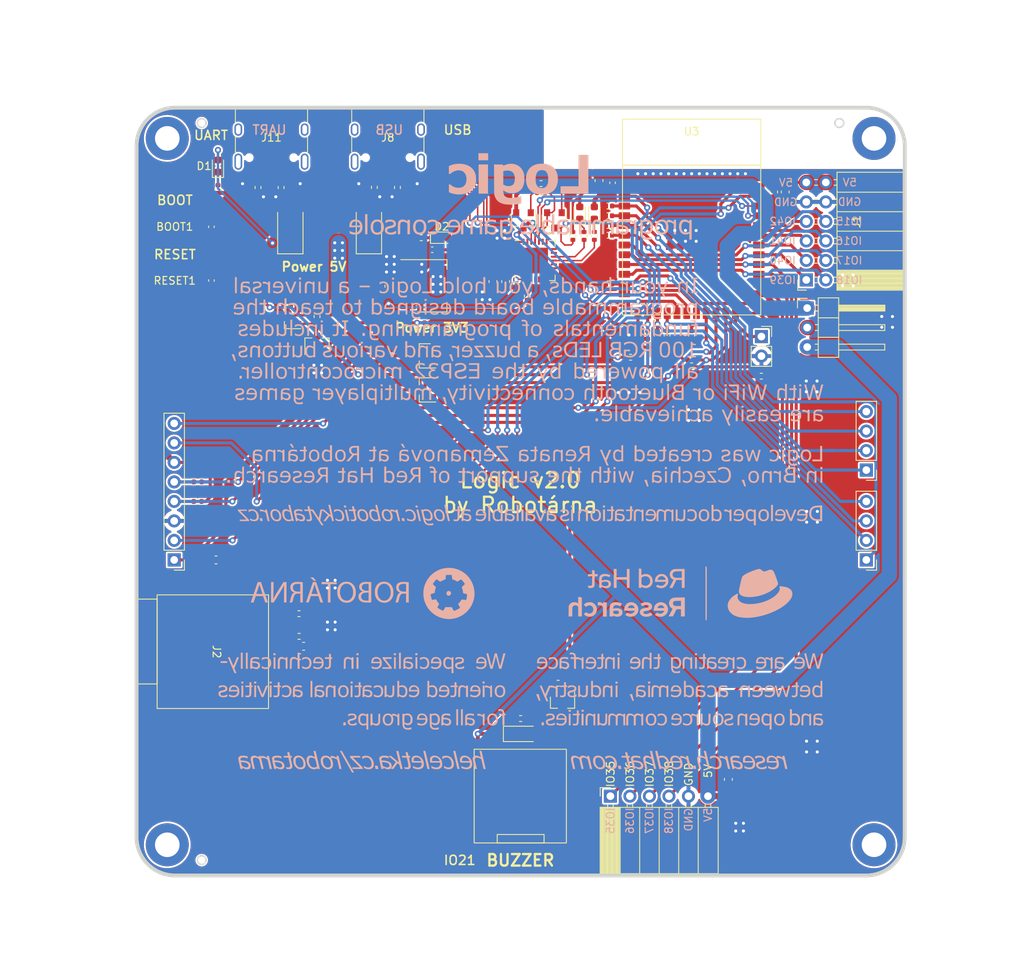
<source format=kicad_pcb>
(kicad_pcb (version 20211014) (generator pcbnew)
  (layers (0 "F.Cu" signal) (31 "B.Cu" signal) (34 "B.Paste" user) (35 "F.Paste" user) (36 "B.SilkS" user "B.Silkscreen") (37 "F.SilkS" user "F.Silkscreen") (38 "B.Mask" user) (39 "F.Mask" user) (44 "Edge.Cuts" user))
  (net 0 "")
  (net 1 "Net-(D1-Pad1)")
  (net 2 "Net-(D2-Pad1)")
  (net 3 "Net-(D10-Pad1)")
  (net 4 "/elektronika.sch/5V")
  (net 5 "Net-(Q2-Pad2)")
  (net 6 "Net-(Q2-Pad1)")
  (net 7 "Net-(D7-Pad2)")
  (net 8 "Net-(Q4-Pad3)")
  (net 9 "Net-(D8-Pad2)")
  (net 10 "Net-(D9-Pad1)")
  (net 26 "/elektronika.sch/GND")
  (net 27 "/elektronika.sch/3V3")
  (net 28 "/elektronika.sch/DATA_HERNI_LED")
  (net 29 "/elektronika.sch/DATA_ZADANI_LED")
  (net 30 "/elektronika.sch/SENZOR_SVETLA")
  (net 31 "Net-(BZ1-Pad2)")
  (net 32 "/elektronika.sch/SW_7")
  (net 33 "/elektronika.sch/SW_10")
  (net 34 "/elektronika.sch/SW_9")
  (net 35 "/elektronika.sch/SW_11")
  (net 36 "/elektronika.sch/SW_8")
  (net 37 "/elektronika.sch/SW_3")
  (net 38 "/elektronika.sch/SW_4")
  (net 39 "/elektronika.sch/IO35")
  (net 40 "/elektronika.sch/IO15")
  (net 41 "/elektronika.sch/IO36")
  (net 42 "/elektronika.sch/IO16")
  (net 43 "/elektronika.sch/IO37")
  (net 44 "/elektronika.sch/IO17")
  (net 45 "/elektronika.sch/IO38")
  (net 46 "/elektronika.sch/IO18")
  (net 47 "/elektronika.sch/IO39")
  (net 48 "/elektronika.sch/IO40")
  (net 49 "/elektronika.sch/IO41")
  (net 50 "/elektronika.sch/IO42")
  (net 51 "Net-(J8-PadA5)")
  (net 52 "/elektronika.sch/ESP+programing/D+")
  (net 53 "/elektronika.sch/ESP+programing/D-")
  (net 55 "Net-(J8-PadB5)")
  (net 57 "Net-(J11-PadA5)")
  (net 59 "Net-(J11-PadB5)")
  (net 61 "/elektronika.sch/ESP+programing/IO48")
  (net 62 "/elektronika.sch/ZAPINANI_1_CAST_LED")
  (net 63 "/elektronika.sch/PIEZO")
  (net 64 "/elektronika.sch/DATA_ZADANI_LED_LS")
  (net 65 "/elektronika.sch/DATA_HERNI_LED_LS")
  (net 66 "Net-(R22-Pad2)")
  (net 67 "Net-(R23-Pad2)")
  (net 68 "Net-(R24-Pad2)")
  (net 69 "/elektronika.sch/ESP+programing/TX_ESP")
  (net 70 "/elektronika.sch/ESP+programing/RX_ESP")
  (net 71 "/elektronika.sch/ESP+programing/D+_UART")
  (net 72 "/elektronika.sch/ESP+programing/D-_UART")
  (net 73 "/elektronika.sch/V_LED")
  (net 74 "/elektronika.sch/SW_2")
  (net 75 "/elektronika.sch/EN")
  (net 76 "/elektronika.sch/SW_5")
  (net 77 "/elektronika.sch/ESP+programing/IO03-PD")
  (net 78 "/elektronika.sch/SW_12")
  (net 79 "/elektronika.sch/PMOD-POWER")
  (net 80 "/elektronika.sch/ESP+programing/IO11")
  (net 81 "/elektronika.sch/ESP+programing/IO12")
  (net 82 "/elektronika.sch/ESP+programing/IO13")
  (net 85 "Net-(Q1-Pad1)")
  (net 86 "Net-(Q1-Pad2)")
  (footprint "Resistor_SMD:R_0402_1005Metric" (layer "F.Cu") (at 194.88 119.96)
    (fp_text reference "R19" hide)
    (fp_text value "100k" hide)
  )
  (footprint "my_library:TF-01A" (layer "F.Cu") (at 149.93 115.8525 -90)
    (fp_text reference "J2")
    (fp_text value "Micro_SD_Card")
  )
  (footprint "Package_TO_SOT_SMD:SOT-23" (layer "F.Cu") (at 195.45 122.46 -90)
    (fp_text reference "Q6" hide)
    (fp_text value "Q_NMOS_GSD" hide)
  )
  (footprint "Diode_SMD:D_SOD-123" (layer "F.Cu") (at 190 126.56)
    (fp_text reference "D114" hide)
    (fp_text value "D_Schottky" hide)
  )
  (footprint "Resistor_SMD:R_0402_1005Metric" (layer "F.Cu") (at 173.96 55.395 90)
    (fp_text reference "R16" hide)
    (fp_text value "5k1" hide)
  )
  (footprint "Resistor_SMD:R_0402_1005Metric" (layer "F.Cu") (at 170.955 55.385 90)
    (fp_text reference "R17" hide)
    (fp_text value "5k1" hide)
  )
  (footprint "Connector_PinSocket_2.54mm:PinSocket_1x06_P2.54mm_Horizontal" (layer "F.Cu") (at 201.685 134.67 90)
    (fp_text reference "J3" hide)
    (fp_text value "Conn_01x06" hide)
  )
  (footprint "Capacitor_SMD:C_0603_1608Metric" (layer "F.Cu") (at 188.05 67.65 90)
    (fp_text reference "C24" hide)
    (fp_text value "10uF" hide)
  )
  (footprint "Robotarna_KiCad_Library:ESP32-S3-WROOM" (layer "F.Cu") (at 212.255 53.995)
    (fp_text reference "U3")
    (fp_text value "ESP32-S3-WROOM")
  )
  (footprint "Capacitor_SMD:C_0402_1005Metric" (layer "F.Cu") (at 178.49 63.505)
    (fp_text reference "C25" hide)
    (fp_text value "100n" hide)
  )
  (footprint "LED_SMD:LED_0603_1608Metric" (layer "F.Cu") (at 179.7475 61.935)
    (fp_text reference "D2")
    (fp_text value "green")
  )
  (footprint "Capacitor_SMD:C_0603_1608Metric" (layer "F.Cu") (at 222.93 55.975 -90)
    (fp_text reference "C1" hide)
    (fp_text value "10uF" hide)
  )
  (footprint "Capacitor_SMD:C_0603_1608Metric" (layer "F.Cu") (at 217.04 132.485 90)
    (fp_text reference "C4" hide)
    (fp_text value "10uF" hide)
  )
  (footprint "LED_SMD:LED_0603_1608Metric" (layer "F.Cu") (at 197.695 58.7075 90)
    (fp_text reference "D10" hide)
    (fp_text value "green" hide)
  )
  (footprint "Capacitor_SMD:C_0603_1608Metric" (layer "F.Cu") (at 224.44 55.975 -90)
    (fp_text reference "C5" hide)
    (fp_text value "10uF" hide)
  )
  (footprint "LED_SMD:LED_0603_1608Metric" (layer "F.Cu") (at 150.6 52.6 90)
    (fp_text reference "D1")
    (fp_text value "green" hide)
  )
  (footprint "Package_TO_SOT_SMD:SOT-23" (layer "F.Cu") (at 194.395 59.675 -90)
    (fp_text reference "Q2" hide)
    (fp_text value "Q_NPN_BEC" hide)
  )
  (footprint "Resistor_SMD:R_0402_1005Metric" (layer "F.Cu") (at 163.495 72.2 -90)
    (fp_text reference "R15" hide)
    (fp_text value "100k" hide)
  )
  (footprint "Package_TO_SOT_SMD:SOT-23" (layer "F.Cu") (at 160 72.205 180)
    (fp_text reference "Q5" hide)
    (fp_text value "Q_PMOS_GSD" hide)
  )
  (footprint "Resistor_SMD:R_0402_1005Metric" (layer "F.Cu") (at 177.06 61.94)
    (fp_text reference "R3" hide)
    (fp_text value "10k")
  )
  (footprint "Resistor_SMD:R_0402_1005Metric" (layer "F.Cu") (at 201.39 60.34)
    (fp_text reference "R7" hide)
    (fp_text value "10k" hide)
  )
  (footprint "Resistor_SMD:R_0402_1005Metric" (layer "F.Cu") (at 207.8 74.6 90)
    (fp_text reference "R10" hide)
    (fp_text value "10k" hide)
  )
  (footprint "Resistor_SMD:R_0402_1005Metric" (layer "F.Cu") (at 212.255 74.605 90)
    (fp_text reference "R14" hide)
    (fp_text value "10k" hide)
  )
  (footprint "Package_TO_SOT_SMD:SOT-23" (layer "F.Cu") (at 163.495 75.755 90)
    (fp_text reference "Q4" hide)
    (fp_text value "Q_NMOS_GSD" hide)
  )
  (footprint "Resistor_SMD:R_0402_1005Metric" (layer "F.Cu") (at 201.39 67.97)
    (fp_text reference "R9" hide)
    (fp_text value "10k")
  )
  (footprint "Robotarna_KiCad_Library:PKLCS1212E-(RH-Logic_piezzo)" (layer "F.Cu") (at 189.95 134.66)
    (fp_text reference "BZ1" hide)
    (fp_text value "Buzzer")
  )
  (footprint "Package_DFN_QFN:QFN-28-1EP_5x5mm_P0.5mm_EP3.35x3.35mm" (layer "F.Cu") (at 191.88 64.91)
    (fp_text reference "U2" hide)
    (fp_text value "CP2102N-A01-GQFN28" hide)
  )
  (footprint "Package_TO_SOT_SMD:SOT-23" (layer "F.Cu") (at 190.37 59.68 -90)
    (fp_text reference "Q1" hide)
    (fp_text value "Q_NPN_BEC" hide)
  )
  (footprint "MountingHole:MountingHole_3.2mm_M3_DIN965_Pad" (layer "F.Cu") (at 144 49)
    (fp_text reference "H1" hide)
    (fp_text value "MountingHole")
  )
  (footprint "MountingHole:MountingHole_3.2mm_M3_DIN965_Pad" (layer "F.Cu") (at 236 49)
    (fp_text reference "H2" hide)
    (fp_text value "MountingHole")
  )
  (footprint "Resistor_SMD:R_0402_1005Metric" (layer "F.Cu") (at 150.6 55.6 90)
    (fp_text reference "R2" hide)
    (fp_text value "10k" hide)
  )
  (footprint "MountingHole:MountingHole_3.2mm_M3_DIN965_Pad" (layer "F.Cu") (at 144 141)
    (fp_text reference "H3" hide)
    (fp_text value "MountingHole")
  )
  (footprint "Resistor_SMD:R_0402_1005Metric" (layer "F.Cu") (at 201.39 61.615)
    (fp_text reference "R8" hide)
    (fp_text value "10k" hide)
  )
  (footprint "MountingHole:MountingHole_3.2mm_M3_DIN965_Pad" (layer "F.Cu") (at 236 141)
    (fp_text reference "H4" hide)
    (fp_text value "MountingHole")
  )
  (footprint "Package_TO_SOT_SMD:SOT-23" (layer "F.Cu") (at 177.555 77.325 180)
    (fp_text reference "Q8" hide)
    (fp_text value "Q_NMOS_GSD" hide)
  )
  (footprint "Resistor_SMD:R_0402_1005Metric" (layer "F.Cu") (at 209.07 74.6 90)
    (fp_text reference "R12" hide)
    (fp_text value "10k" hide)
  )
  (footprint "Resistor_SMD:R_0402_1005Metric" (layer "F.Cu") (at 147.965 93.74 180)
    (fp_text reference "R18" hide)
    (fp_text value "10k" hide)
  )
  (footprint "Package_TO_SOT_SMD:SOT-23" (layer "F.Cu") (at 177.56 81.755 180)
    (fp_text reference "Q7" hide)
    (fp_text value "Q_NMOS_GSD" hide)
  )
  (footprint "Resistor_SMD:R_0402_1005Metric" (layer "F.Cu") (at 201.39 57.805)
    (fp_text reference "R4" hide)
    (fp_text value "10k" hide)
  )
  (footprint "Resistor_SMD:R_0402_1005Metric" (layer "F.Cu") (at 147.96 96.285 180)
    (fp_text reference "R11" hide)
    (fp_text value "10k" hide)
  )
  (footprint "Package_TO_SOT_SMD:SOT-223-3_TabPin2" (layer "F.Cu") (at 178.49 68.205)
    (fp_text reference "U1" hide)
    (fp_text value "AMS1117-3.3" hide)
  )
  (footprint "Connector_PinHeader_2.54mm:PinHeader_1x08_P2.54mm_Vertical" (layer "F.Cu") (at 144.9 103.9 180)
    (fp_text reference "J7" hide)
    (fp_text value "Conn_01x08" hide)
  )
  (footprint "Connector_USB:USB_C_Receptacle_HRO_TYPE-C-31-M-12" (layer "F.Cu") (at 172.71 48.9 180)
    (fp_text reference "J8")
    (fp_text value "USB_C_Receptacle_USB2.0")
  )
  (footprint "Connector_PinHeader_2.54mm:PinHeader_1x04_P2.54mm_Vertical" (layer "F.Cu") (at 235 103.9 180)
    (fp_text reference "J9" hide)
    (fp_text value "Conn_01x04" hide)
  )
  (footprint "Connector_PinHeader_2.54mm:PinHeader_1x04_P2.54mm_Vertical" (layer "F.Cu") (at 235 92.2 180)
    (fp_text reference "J10" hide)
    (fp_text value "Conn_01x04" hide)
  )
  (footprint "my_library:Tactile_switch" (layer "F.Cu") (at 145 60.515)
    (fp_text reference "BOOT1")
    (fp_text value "button")
  )
  (footprint "Diode_SMD:D_SMA" (layer "F.Cu") (at 170.25 60.63 90)
    (fp_text reference "D7" hide)
    (fp_text value "DIODE" hide)
  )
  (footprint "Resistor_SMD:R_0402_1005Metric" (layer "F.Cu") (at 201.385 59.075)
    (fp_text reference "R6" hide)
    (fp_text value "10k" hide)
  )
  (footprint "LED_SMD:LED_0603_1608Metric" (layer "F.Cu") (at 199.595 58.7075 90)
    (fp_text reference "D9" hide)
    (fp_text value "green")
  )
  (footprint "Resistor_SMD:R_0402_1005Metric" (layer "F.Cu") (at 155.815 55.4 90)
    (fp_text reference "R21" hide)
    (fp_text value "5k1" hide)
  )
  (footprint "Capacitor_SMD:C_0603_1608Metric" (layer "F.Cu") (at 186.4 67.65 -90)
    (fp_text reference "C128" hide)
    (fp_text value "10uF" hide)
  )
  (footprint "Capacitor_SMD:C_0603_1608Metric" (layer "F.Cu") (at 200.2 54.495 -90)
    (fp_text reference "C27" hide)
    (fp_text value "10uF" hide)
  )
  (footprint "Resistor_SMD:R_0402_1005Metric" (layer "F.Cu") (at 192.655 54.885 180)
    (fp_text reference "R26" hide)
    (fp_text value "10k" hide)
  )
  (footprint "Resistor_SMD:R_0402_1005Metric" (layer "F.Cu") (at 161.15 110.9)
    (fp_text reference "R34" hide)
    (fp_text value "10k" hide)
  )
  (footprint "Capacitor_SMD:C_0402_1005Metric" (layer "F.Cu") (at 201.965 54.785 -90)
    (fp_text reference "C28" hide)
    (fp_text value "100n" hide)
  )
  (footprint "Resistor_SMD:R_0402_1005Metric" (layer "F.Cu") (at 190 124.56 180)
    (fp_text reference "R33" hide)
    (fp_text value "10k" hide)
  )
  (footprint "my_library:Tactile_switch" (layer "F.Cu") (at 145 67.515)
    (fp_text reference "RESET1")
    (fp_text value "button")
  )
  (footprint "Resistor_SMD:R_0402_1005Metric" (layer "F.Cu") (at 221.335 79.965 180)
    (fp_text reference "R29" hide)
    (fp_text value "10k" hide)
  )
  (footprint "Resistor_SMD:R_0402_1005Metric" (layer "F.Cu") (at 161.16 113.85)
    (fp_text reference "R35" hide)
    (fp_text value "10k" hide)
  )
  (footprint "Resistor_SMD:R_0402_1005Metric" (layer "F.Cu") (at 196.795 61.7 -90)
    (fp_text reference "R31" hide)
    (fp_text value "10k" hide)
  )
  (footprint "Resistor_SMD:R_0402_1005Metric" (layer "F.Cu") (at 204.31 77.5 180)
    (fp_text reference "R1" hide)
    (fp_text value "10k" hide)
  )
  (footprint "Resistor_SMD:R_0402_1005Metric" (layer "F.Cu") (at 199.595 61.695 -90)
    (fp_text reference "R24" hide)
    (fp_text value "10k" hide)
  )
  (footprint "Connector_USB:USB_C_Receptacle_HRO_TYPE-C-31-M-12" (layer "F.Cu") (at 157.565 48.9 180)
    (fp_text reference "J11")
    (fp_text value "USB_C_Receptacle_USB2.0")
  )
  (footprint "Connector_PinHeader_2.54mm:PinHeader_1x03_P2.54mm_Horizontal" (layer "F.Cu") (at 227.3 71.1)
    (fp_text reference "J13" hide)
    (fp_text value "Conn_01x03" hide)
  )
  (footprint "kikit:Board" (layer "F.Cu") (at 159.8 45)
    (fp_text reference "B2")
    (fp_text value "Board")
  )
  (footprint "Resistor_SMD:R_0402_1005Metric" (layer "F.Cu") (at 161.2 116.5)
    (fp_text reference "R36" hide)
    (fp_text value "10k" hide)
  )
  (footprint "Capacitor_SMD:C_0603_1608Metric" (layer "F.Cu") (at 172.85 68.25 90)
    (fp_text reference "C127" hide)
    (fp_text value "10uF" hide)
  )
  (footprint "Diode_SMD:D_SMA" (layer "F.Cu") (at 160.02 60.635 90)
    (fp_text reference "D8" hide)
    (fp_text value "DIODE" hide)
  )
  (footprint "Capacitor_SMD:C_0402_1005Metric" (layer "F.Cu") (at 149.75 60.52 -90)
    (fp_text reference "C29" hide)
    (fp_text value "1u")
  )
  (footprint "Resistor_SMD:R_0402_1005Metric" (layer "F.Cu") (at 198.255 61.7 -90)
    (fp_text reference "R23" hide)
    (fp_text value "10k" hide)
  )
  (footprint "Resistor_SMD:R_0402_1005Metric" (layer "F.Cu") (at 212.255 77.865)
    (fp_text reference "R32" hide)
    (fp_text value "10k" hide)
  )
  (footprint "Capacitor_SMD:C_0603_1608Metric" (layer "F.Cu") (at 150.35 103.9)
    (fp_text reference "C23" hide)
    (fp_text value "10uF" hide)
  )
  (footprint "Resistor_SMD:R_0402_1005Metric" (layer "F.Cu") (at 206.535 74.6 -90)
    (fp_text reference "R27" hide)
    (fp_text value "10k" hide)
  )
  (footprint "Resistor_SMD:R_0402_1005Metric" (layer "F.Cu") (at 205.275 74.6 -90)
    (fp_text reference "R30" hide)
    (fp_text value "10k" hide)
  )
  (footprint "Connector_PinSocket_2.54mm:PinSocket_2x06_P2.54mm_Horizontal" (layer "F.Cu") (at 227.185 67.435 180)
    (fp_text reference "J1")
    (fp_text value "Conn_02x06_Odd_Even")
  )
  (footprint "Capacitor_SMD:C_0402_1005Metric" (layer "F.Cu") (at 149.75 67.515 -90)
    (fp_text reference "C26" hide)
    (fp_text value "1u")
  )
  (footprint "Capacitor_SMD:C_0603_1608Metric" (layer "F.Cu") (at 161.75 115.15)
    (fp_text reference "C22" hide)
    (fp_text value "10uF" hide)
  )
  (footprint "Connector_PinSocket_2.54mm:PinSocket_1x02_P2.54mm_Vertical" (layer "F.Cu") (at 221.345 74.81)
    (fp_text reference "J12" hide)
    (fp_text value "Conn_01x02" hide)
  )
  (footprint "Resistor_SMD:R_0402_1005Metric" (layer "F.Cu") (at 192.655 56.055)
    (fp_text reference "R25" hide)
    (fp_text value "10k" hide)
  )
  (footprint "Resistor_SMD:R_0402_1005Metric" (layer "F.Cu") (at 190.865 69.54 90)
    (fp_text reference "R22" hide)
    (fp_text value "10k" hide)
  )
  (footprint "Resistor_SMD:R_0402_1005Metric" (layer "F.Cu") (at 178 73.015 180)
    (fp_text reference "R28" hide)
    (fp_text value "10k" hide)
  )
  (footprint "Resistor_SMD:R_0402_1005Metric" (layer "F.Cu") (at 158.82 55.4 90)
    (fp_text reference "R20" hide)
    (fp_text value "5k1" hide)
  )
  (footprint "LOGO" (layer "B.Cu") (at 190.253721 91.434871 180)
    (fp_text reference "G***" hide)
    (fp_text value "LOGO" hide)
  )
  (gr_arc (start 240 140) (mid 238.535534 143.535534) (end 235 145) (layer "Edge.Cuts") (width 0.5))
  (gr_line (start 235 145) (end 145 145) (layer "Edge.Cuts") (width 0.5))
  (gr_line (start 140 140) (end 140 50) (layer "Edge.Cuts") (width 0.5))
  (gr_arc (start 140 50) (mid 141.464466 46.464466) (end 145 45) (layer "Edge.Cuts") (width 0.5))
  (gr_line (start 145 45) (end 235 45) (layer "Edge.Cuts") (width 0.5))
  (gr_arc (start 235 45) (mid 238.535534 46.464466) (end 240 50) (layer "Edge.Cuts") (width 0.5))
  (gr_line (start 240 50) (end 240 140) (layer "Edge.Cuts") (width 0.5))
  (gr_arc (start 145 145) (mid 141.464466 143.535534) (end 140 140) (layer "Edge.Cuts") (width 0.5))
  (gr_circle (center 148.48 143) (end 149.056 143) (layer "Edge.Cuts") (width 0.2) (fill none))
  (gr_circle (center 148.48 47) (end 149.056 47) (layer "Edge.Cuts") (width 0.2) (fill none))
  (gr_circle (center 231.48 47) (end 232.056 47) (layer "Edge.Cuts") (width 0.2) (fill none))
  (gr_text "GND" (at 224.505 57.3) (layer "B.SilkS") (effects (font (size 1 1)) (justify mirror)))
  (gr_text "USB" (at 172.9 47.9) (layer "B.SilkS") (effects (font (size 1.2 1.2) (thickness 0.2)) (justify mirror)))
  (gr_text "IO18" (at 232.775 67.45) (layer "B.SilkS") (effects (font (size 1 1)) (justify mirror)))
  (gr_text "IO37" (at 206.77 137.86 90) (layer "B.SilkS") (effects (font (size 1 1)) (justify mirror)))
  (gr_text "UART" (at 157.3 47.9) (layer "B.SilkS") (effects (font (size 1.2 1.2) (thickness 0.2)) (justify mirror)))
  (gr_text "IO38" (at 209.3 137.86 90) (layer "B.SilkS") (effects (font (size 1 1)) (justify mirror)))
  (gr_text "5V" (at 224.535 54.765) (layer "B.SilkS") (effects (font (size 1 1)) (justify mirror)))
  (gr_text "IO15" (at 232.77 59.815) (layer "B.SilkS") (effects (font (size 1 1)) (justify mirror)))
  (gr_text "5V" (at 214.39 137.11 90) (layer "B.SilkS") (effects (font (size 1 1)) (justify mirror)))
  (gr_text "IO35" (at 201.7 137.87 90) (layer "B.SilkS") (effects (font (size 1 1)) (justify mirror)))
  (gr_text "IO17" (at 232.765 64.905) (layer "B.SilkS") (effects (font (size 1 1)) (justify mirror)))
  (gr_text "IO39" (at 224.115 67.45) (layer "B.SilkS") (effects (font (size 1 1)) (justify mirror)))
  (gr_text "IO16" (at 232.74 62.35) (layer "B.SilkS") (effects (font (size 1 1)) (justify mirror)))
  (gr_text "IO40" (at 224.105 64.905) (layer "B.SilkS") (effects (font (size 1 1)) (justify mirror)))
  (gr_text "IO36" (at 204.23 137.87 90) (layer "B.SilkS") (effects (font (size 1 1)) (justify mirror)))
  (gr_text "IO42" (at 224.11 59.815) (layer "B.SilkS") (effects (font (size 1 1)) (justify mirror)))
  (gr_text "IO41" (at 224.08 62.35) (layer "B.SilkS") (effects (font (size 1 1)) (justify mirror)))
  (gr_text "GND" (at 211.86 137.73 90) (layer "B.SilkS") (effects (font (size 1 1)) (justify mirror)))
  (gr_text "5V" (at 232.845 54.74) (layer "B.SilkS") (effects (font (size 1 1)) (justify mirror)))
  (gr_text "GND" (at 232.815 57.275) (layer "B.SilkS") (effects (font (size 1 1)) (justify mirror)))
  (gr_text "RESET\n" (at 144.995 64.125) (layer "F.SilkS") (effects (font (size 1.2 1.2) (thickness 0.2))))
  (gr_text "Power 5V\n" (at 163.1 65.715) (layer "F.SilkS") (effects (font (size 1.2 1.2) (thickness 0.25))))
  (gr_text "Power 3V3" (at 178.46 73.66) (layer "F.SilkS") (effects (font (size 1.2 1.2) (thickness 0.25))))
  (gr_text "BOOT" (at 144.995 57.05) (layer "F.SilkS") (effects (font (size 1.2 1.2) (thickness 0.2))))
  (gr_text "5V" (at 214.405 131.385 90) (layer "F.SilkS") (effects (font (size 1 1))))
  (gr_text "IO21" (at 182.07 143.02) (layer "F.SilkS") (effects (font (size 1.2 1.2) (thickness 0.2))))
  (gr_text "UART" (at 149.7 48.6) (layer "F.SilkS") (effects (font (size 1.2 1.2) (thickness 0.2))))
  (gr_text "IO37" (at 206.79 131.77 90) (layer "F.SilkS") (effects (font (size 1 1))))
  (gr_text "IO35" (at 201.71 131.785 90) (layer "F.SilkS") (effects (font (size 1 1))))
  (gr_text "IO38" (at 209.32 131.78 90) (layer "F.SilkS") (effects (font (size 1 1))))
  (gr_text "GND" (at 211.875 131.815 90) (layer "F.SilkS") (effects (font (size 1 1))))
  (gr_text "BUZZER" (at 189.97 143.03) (layer "F.SilkS") (effects (font (size 1.5 1.5) (thickness 0.3))))
  (gr_text "Logic v2.0\nby Robotárna" (at 189.95 95.15) (layer "F.SilkS") (effects (font (size 2 2) (thickness 0.3))))
  (gr_text "IO36" (at 204.25 131.775 90) (layer "F.SilkS") (effects (font (size 1 1))))
  (gr_text "USB" (at 181.8 47.9) (layer "F.SilkS") (effects (font (size 1.2 1.2) (thickness 0.2))))
  (segment (start 150.6 55.09) (end 150.6 53.3875) (width 0.3) (layer "F.Cu") (net 1))
  (segment (start 177.57 61.94) (end 178.955 61.94) (width 0.4) (layer "F.Cu") (net 2))
  (segment (start 178.955 61.94) (end 178.96 61.935) (width 0.4) (layer "F.Cu") (net 2))
  (segment (start 198.255 61.19) (end 198.255 60.71) (width 0.2) (layer "F.Cu") (net 3))
  (segment (start 197.695 60.15) (end 197.695 59.495) (width 0.2) (layer "F.Cu") (net 3))
  (segment (start 198.255 60.71) (end 197.695 60.15) (width 0.2) (layer "F.Cu") (net 3))
  (segment (start 150.6 50.51) (end 150.6 51.8125) (width 0.3) (layer "F.Cu") (net 4))
  (segment (start 186.8 125.36) (end 186.8 126.56) (width 0.5) (layer "F.Cu") (net 4))
  (segment (start 184.43 134.64) (end 184.43 126.56) (width 0.5) (layer "F.Cu") (net 4))
  (segment (start 187.6 124.56) (end 186.8 125.36) (width 0.5) (layer "F.Cu") (net 4))
  (segment (start 190.38 67.36) (end 189.44 67.36) (width 0.2) (layer "F.Cu") (net 4))
  (segment (start 216.46 134.67) (end 217.04 134.09) (width 0.8) (layer "F.Cu") (net 4))
  (segment (start 160.02 62.635) (end 157.705 62.635) (width 0.3) (layer "F.Cu") (net 4))
  (segment (start 186.8 126.56) (end 188.35 126.56) (width 0.5) (layer "F.Cu") (net 4))
  (segment (start 214.385 134.67) (end 216.46 134.67) (width 0.8) (layer "F.Cu") (net 4))
  (segment (start 189.49 124.56) (end 187.6 124.56) (width 0.5) (layer "F.Cu") (net 4))
  (segment (start 184.43 126.56) (end 186.8 126.56) (width 0.5) (layer "F.Cu") (net 4))
  (segment (start 189.44 67.36) (end 189.4 67.4) (width 0.2) (layer "F.Cu") (net 4))
  (segment (start 217.04 134.09) (end 217.04 133.26) (width 0.8) (layer "F.Cu") (net 4))
  (segment (start 184.45 134.66) (end 184.43 134.64) (width 0.5) (layer "F.Cu") (net 4))
  (via (at 166.8 64.6) (size 0.8) (drill 0.4) (layers "F.Cu" "B.Cu") (net 4))
  (via (at 184.43 126.56) (size 0.8) (drill 0.4) (layers "F.Cu" "B.Cu") (net 4))
  (via (at 166.8 63.6) (size 0.8) (drill 0.4) (layers "F.Cu" "B.Cu") (net 4))
  (via (at 157.705 62.635) (size 0.8) (drill 0.4) (layers "F.Cu" "B.Cu") (net 4))
  (via (at 166.8 62.6) (size 0.8) (drill 0.4) (layers "F.Cu" "B.Cu") (net 4))
  (via (at 165.8 63.6) (size 0.8) (drill 0.4) (layers "F.Cu" "B.Cu") (net 4))
  (via (at 165.8 62.6) (size 0.8) (drill 0.4) (layers "F.Cu" "B.Cu") (net 4))
  (via (at 189.4 67.4) (size 0.8) (drill 0.4) (layers "F.Cu" "B.Cu") (net 4))
  (via (at 165.8 64.6) (size 0.8) (drill 0.4) (layers "F.Cu" "B.Cu") (net 4))
  (via (at 150.6 50.51) (size 0.8) (drill 0.4) (layers "F.Cu" "B.Cu") (net 4))
  (via (at 172.8 70.5) (size 0.8) (drill 0.4) (layers "F.Cu" "B.Cu") (net 4))
  (segment (start 214.385 119.585) (end 224.315 119.585) (width 2) (layer "B.Cu") (net 4))
  (segment (start 166.3 71.5) (end 166.3 62.6) (width 2) (layer "B.Cu") (net 4))
  (segment (start 184.43 126.56) (end 202.87 108.12) (width 0.5) (layer "B.Cu") (net 4))
  (segment (start 238 105.9) (end 238 82.9) (width 2) (layer "B.Cu") (net 4))
  (segment (start 173.3 71) (end 172.8 70.5) (width 0.3) (layer "B.Cu") (net 4))
  (segment (start 189.4 68.6) (end 187 71) (width 0.3) (layer "B.Cu") (net 4))
  (segment (start 202.87 108.12) (end 202.87 108.07) (width 0.5) (layer "B.Cu") (net 4))
  (segment (start 189.4 67.4) (end 189.4 68.6) (width 0.3) (layer "B.Cu") (net 4))
  (segment (start 157.705 62.635) (end 150.6 55.53) (width 0.3) (layer "B.Cu") (net 4))
  (segment (start 202.87 108.07) (end 214.385 119.585) (width 2) (layer "B.Cu") (net 4))
  (segment (start 224.315 119.585) (end 238 105.9) (width 2) (layer "B.Cu") (net 4))
  (segment (start 238 82.9) (end 231.28 76.18) (width 2) (layer "B.Cu") (net 4))
  (segment (start 195.9 101.1) (end 166.3 71.5) (width 2) (layer "B.Cu") (net 4))
  (segment (start 187 71) (end 173.3 71) (width 0.3) (layer "B.Cu") (net 4))
  (segment (start 195.9 101.1) (end 202.87 108.07) (width 2) (layer "B.Cu") (net 4))
  (segment (start 150.6 55.53) (end 150.6 50.51) (width 0.3) (layer "B.Cu") (net 4))
  (segment (start 214.385 119.585) (end 214.385 134.67) (width 2) (layer "B.Cu") (net 4))
  (segment (start 231.28 76.18) (end 227.3 76.18) (width 2) (layer "B.Cu") (net 4))
  (segment (start 194.0875 58.675) (end 193.445 58.675) (width 0.2) (layer "F.Cu") (net 5))
  (segment (start 194.4 58.3625) (end 194.0875 58.675) (width 0.2) (layer "F.Cu") (net 5))
  (segment (start 192.38 61.42) (end 193.445 60.355) (width 0.2) (layer "F.Cu") (net 5))
  (segment (start 193.445 60.355) (end 193.445 58.675) (width 0.2) (layer "F.Cu") (net 5))
  (segment (start 193.165 56.055) (end 193.685 56.055) (width 0.2) (layer "F.Cu") (net 5))
  (segment (start 192.38 62.46) (end 192.38 61.42) (width 0.2) (layer "F.Cu") (net 5))
  (segment (start 194.4 56.77) (end 194.4 58.3625) (width 0.2) (layer "F.Cu") (net 5))
  (segment (start 193.685 56.055) (end 194.4 56.77) (width 0.2) (layer "F.Cu") (net 5))
  (segment (start 193.945 54.885) (end 194.15 55.09) (width 0.2) (layer "F.Cu") (net 6))
  (segment (start 195.345 58.675) (end 195.345 56.285) (width 0.2) (layer "F.Cu") (net 6))
  (segment (start 193.165 54.885) (end 193.945 54.885) (width 0.2) (layer "F.Cu") (net 6))
  (segment (start 195.345 56.285) (end 194.15 55.09) (width 0.2) (layer "F.Cu") (net 6))
  (segment (start 163.1775 73.5575) (end 162.775 73.155) (width 0.3) (layer "F.Cu") (net 8))
  (segment (start 163.495 73.24) (end 163.1775 73.5575) (width 0.3) (layer "F.Cu") (net 8))
  (segment (start 162.775 73.155) (end 161 73.155) (width 0.3) (layer "F.Cu") (net 8))
  (segment (start 163.495 72.71) (end 163.495 73.24) (width 0.3) (layer "F.Cu") (net 8))
  (segment (start 163.495 73.875) (end 163.1775 73.5575) (width 0.3) (layer "F.Cu") (net 8))
  (segment (start 163.495 74.755) (end 163.495 73.875) (width 0.3) (layer "F.Cu") (net 8))
  (segment (start 199.595 61.185) (end 199.595 59.495) (width 0.2) (layer "F.Cu") (net 10))
  (segment (start 158.82 55.91) (end 158.125 56.605) (width 0.3) (layer "F.Cu") (net 26))
  (segment (start 186.93 62) (end 186.93 62.83) (width 0.2) (layer "F.Cu") (net 26))
  (segment (start 175.34 63.505) (end 175.34 62.445) (width 0.4) (layer "F.Cu") (net 26))
  (segment (start 170.955 55.895) (end 171.66 56.6) (width 0.3) (layer "F.Cu") (net 26))
  (segment (start 186.93 62.83) (end 188.51 64.41) (width 0.2) (layer "F.Cu") (net 26))
  (segment (start 175.845 61.94) (end 176.55 61.94) (width 0.4) (layer "F.Cu") (net 26))
  (segment (start 188.51 64.41) (end 189.43 64.41) (width 0.2) (layer "F.Cu") (net 26))
  (segment (start 191.88 64.91) (end 191.38 64.41) (width 0.2) (layer "F.Cu") (net 26))
  (segment (start 178.01 63.505) (end 175.34 63.505) (width 0.4) (layer "F.Cu") (net 26))
  (segment (start 191.38 64.41) (end 189.43 64.41) (width 0.2) (layer "F.Cu") (net 26))
  (segment (start 173.96 55.905) (end 173.265 56.6) (width 0.3) (layer "F.Cu") (net 26))
  (segment (start 155.815 55.9) (end 156.52 56.605) (width 0.3) (layer "F.Cu") (net 26))
  (segment (start 175.34 62.445) (end 175.845 61.94) (width 0.4) (layer "F.Cu") (net 26))
  (segment (start 175.34 63.505) (end 175.34 65.905) (width 0.4) (layer "F.Cu") (net 26))
  (via (at 156.52 56.605) (size 0.8) (drill 0.4) (layers "F.Cu" "B.Cu") (net 26))
  (via (at 228.61 128.91) (size 0.8) (drill 0.4) (layers "F.Cu" "B.Cu") (net 26))
  (via (at 233.3 68.2) (size 0.8) (drill 0.4) (layers "F.Cu" "B.Cu") (net 26))
  (via (at 187.93 62) (size 0.8) (drill 0.4) (layers "F.Cu" "B.Cu") (net 26))
  (via (at 164.09 78.54) (size 0.8) (drill 0.4) (layers "F.Cu" "B.Cu") (net 26))
  (via (at 211.46 62.395) (size 0.8) (drill 0.4) (layers "F.Cu" "B.Cu") (net 26))
  (via (at 173.54 65.4) (size 0.8) (drill 0.4) (layers "F.Cu" "B.Cu") (net 26))
  (via (at 164.85 113) (size 0.8) (drill 0.4) (layers "F.Cu" "B.Cu") (net 26))
  (via (at 231.91 68.195) (size 0.8) (drill 0.4) (layers "F.Cu" "B.Cu") (net 26))
  (via (at 218.26 53.6) (size 0.8) (drill 0.4) (layers "F.Cu" "B.Cu") (net 26))
  (via (at 165.85 112) (size 0.8) (drill 0.4) (layers "F.Cu" "B.Cu") (net 26))
  (via (at 219.26 53.6) (size 0.8) (drill 0.4) (layers "F.Cu" "B.Cu") (net 26))
  (via (at 164.09 79.54) (size 0.8) (drill 0.4) (layers "F.Cu" "B.Cu") (net 26))
  (via (at 158.125 56.605) (size 0.8) (drill 0.4) (layers "F.Cu" "B.Cu") (net 26))
  (via (at 204.1 74.605) (size 0.8) (drill 0.4) (layers "F.Cu" "B.Cu") (net 26))
  (via (at 173.265 56.6) (size 0.8) (drill 0.4) (layers "F.Cu" "B.Cu") (net 26))
  (via (at 177.125 65.4) (size 0.8) (drill 0.4) (layers "F.Cu" "B.Cu") (net 26))
  (via (at 187.93 61) (size 0.8) (drill 0.4) (layers "F.Cu" "B.Cu") (net 26))
  (via (at 210.055 60.995) (size 0.8) (drill 0.4) (layers "F.Cu" "B.Cu") (net 26))
  (via (at 168.93 54.9) (size 0.8) (drill 0.4) (layers "F.Cu" "B.Cu") (net 26))
  (via (at 228.625 98.985) (size 0.8) (drill 0.4) (layers "F.Cu" "B.Cu") (net 26))
  (via (at 211.85 85.75) (size 0.8) (drill 0.4) (layers "F.Cu" "B.Cu") (net 26))
  (via (at 205.5 82.1) (size 0.8) (drill 0.4) (layers "F.Cu" "B.Cu") (net 26))
  (via (at 213.26 53.6) (size 0.8) (drill 0.4) (layers "F.Cu" "B.Cu") (net 26))
  (via (at 207.26 53.6) (size 0.8) (drill 0.4) (layers "F.Cu" "B.Cu") (net 26))
  (via (at 228.58 80.605) (size 0.8) (drill 0.4) (layers "F.Cu" "B.Cu") (net 26))
  (via (at 219 138.2) (size 0.8) (drill 0.4) (layers "F.Cu" "B.Cu") (net 26))
  (via (at 165.85 106.55) (size 0.8) (drill 0.4) (layers "F.Cu" "B.Cu") (net 26))
  (via (at 228.625 97.585) (size 0.8) (drill 0.4) (layers "F.Cu" "B.Cu") (net 26))
  (via (at 227.22 128.905) (size 0.8) (drill 0.4) (layers "F.Cu" "B.Cu") (net 26))
  (via (at 153.8 54.9) (size 0.8) (drill 0.4) (layers "F.Cu" "B.Cu") (net 26))
  (via (at 218 138.2) (size 0.8) (drill 0.4) (layers "F.Cu" "B.Cu") (net 26))
  (via (at 231.905 66.795) (size 0.8) (drill 0.4) (layers "F.Cu" "B.Cu") (net 26))
  (via (at 228.61 127.51) (size 0.8) (drill 0.4) (layers "F.Cu" "B.Cu") (net 26))
  (via (at 212.85 61) (size 0.8) (drill 0.4) (layers "F.Cu" "B.Cu") (net 26))
  (via (at 237.005 72.195) (size 0.8) (drill 0.4) (layers "F.Cu" "B.Cu") (net 26))
  (via (at 186 70) (size 0.8) (drill 0.4) (layers "F.Cu" "B.Cu") (net 26))
  (via (at 186.93 62) (size 0.8) (drill 0.4) (layers "F.Cu" "B.Cu") (net 26))
  (via (at 177.125 66.4) (size 0.8) (drill 0.4) (layers "F.Cu" "B.Cu") (net 26))
  (via (at 186.93 61) (size 0.8) (drill 0.4) (layers "F.Cu" "B.Cu") (net 26))
  (via (at 164.85 106.55) (size 0.8) (drill 0.4) (layers "F.Cu" "B.Cu") (net 26))
  (via (at 176.53 54.9) (size 0.8) (drill 0.4) (layers "F.Cu" "B.Cu") (net 26))
  (via (at 227.23 97.58) (size 0.8) (drill 0.4) (layers "F.Cu" "B.Cu") (net 26))
  (via (at 211.845 84.35) (size 0.8) (drill 0.4) (layers "F.Cu" "B.Cu") (net 26))
  (via (at 205.26 53.6) (size 0.8) (drill 0.4) (layers "F.Cu" "B.Cu") (net 26))
  (via (at 165.85 113) (size 0.8) (drill 0.4) (layers "F.Cu" "B.Cu") (net 26))
  (via (at 172.54 65.4) (size 0.8) (drill 0.4) (layers "F.Cu" "B.Cu") (net 26))
  (via (at 238.4 73.6) (size 0.8) (drill 0.4) (layers "F.Cu" "B.Cu") (net 26))
  (via (at 165.85 107.55) (size 0.8) (drill 0.4) (layers "F.Cu" "B.Cu") (net 26))
  (via (at 227.19 82) (size 0.8) (drill 0.4) (layers "F.Cu" "B.Cu") (net 26))
  (via (at 214.26 53.6) (size 0.8) (drill 0.4) (layers "F.Cu" "B.Cu") (net 26))
  (via (at 227.235 98.98) (size 0.8) (drill 0.4) (layers "F.Cu" "B.Cu") (net 26))
  (via (at 172.545 64.39) (size 0.8) (drill 0.4) (layers "F.Cu" "B.Cu") (net 26))
  (via (at 213.24 85.755) (size 0.8) (drill 0.4) (layers "F.Cu" "B.Cu") (net 26))
  (via (at 164.85 107.55) (size 0.8) (drill 0.4) (layers "F.Cu" "B.Cu") (net 26))
  (via (at 213.24 84.355) (size 0.8) (drill 0.4) (layers "F.Cu" "B.Cu") (net 26))
  (via (at 185 70) (size 0.8) (drill 0.4) (layers "F.Cu" "B.Cu") (net 26))
  (via (at 163.09 79.54) (size 0.8) (drill 0.4) (layers "F.Cu" "B.Cu") (net 26))
  (via (at 172.54 66.4) (size 0.8) (drill 0.4) (layers "F.Cu" "B.Cu") (net 26))
  (via (at 206.26 53.6) (size 0.8) (drill 0.4) (layers "F.Cu" "B.Cu") (net 26))
  (via (at 238.4 72.2) (size 0.8) (drill 0.4) (layers "F.Cu" "B.Cu") (net 26))
  (via (at 209.26 53.6) (size 0.8) (drill 0.4) (layers "F.Cu" "B.Cu") (net 26))
  (via (at 218 139.2) (size 0.8) (drill 0.4) (layers "F.Cu" "B.Cu") (net 26))
  (via (at 227.185 80.6) (size 0.8) (drill 0.4) (layers "F.Cu" "B.Cu") (net 26))
  (via (at 216.26 53.6) (size 0.8) (drill 0.4) (layers "F.Cu" "B.Cu") (net 26))
  (via (at 161.3 54.9) (size 0.8) (drill 0.4) (layers "F.Cu" "B.Cu") (net 26))
  (via (at 233.3 66.8) (size 0.8) (drill 0.4) (layers "F.Cu" "B.Cu") (net 26))
  (via (at 173.54 66.4) (size 0.8) (drill 0.4) (layers "F.Cu" "B.Cu") (net 26))
  (via (at 173.545 64.39) (size 0.8) (drill 0.4) (layers "F.Cu" "B.Cu") (net 26))
  (via (at 211.26 53.6) (size 0.8) (drill 0.4) (layers "F.Cu" "B.Cu") (net 26))
  (via (at 204.1 82.1) (size 0.8) (drill 0.4) (layers "F.Cu" "B.Cu") (net 26))
  (via (at 210.26 53.6) (size 0.8) (drill 0.4) (layers "F.Cu" "B.Cu") (net 26))
  (via (at 215.26 53.6) (size 0.8) (drill 0.4) (layers "F.Cu" "B.Cu") (net 26))
  (via (at 227.215 127.505) (size 0.8) (drill 0.4) (layers "F.Cu" "B.Cu") (net 26))
  (via (at 208.26 53.6) (size 0.8) (drill 0.4) (layers "F.Cu" "B.Cu") (net 26))
  (via (at 211.455 60.995) (size 0.8) (drill 0.4) (layers "F.Cu" "B.Cu") (net 26))
  (via (at 163.09 78.54) (size 0.8) (drill 0.4) (layers "F.Cu" "B.Cu") (net 26))
  (via (at 212.85 62.4) (size 0.8) (drill 0.4) (layers "F.Cu" "B.Cu") (net 26))
  (via (at 164.85 112) (size 0.8) (drill 0.4) (layers "F.Cu" "B.Cu") (net 26))
  (via (at 217.26 53.6) (size 0.8) (drill 0.4) (layers "F.Cu" "B.Cu") (net 26))
  (via (at 202.7 82.1) (size 0.8) (drill 0.4) (layers "F.Cu" "B.Cu") (net 26))
  (via (at 212.26 53.6) (size 0.8) (drill 0.4) (layers "F.Cu" "B.Cu") (net 26))
  (via (at 228.58 82.005) (size 0.8) (drill 0.4) (layers "F.Cu" "B.Cu") (net 26))
  (via (at 171.66 56.6) (size 0.8) (drill 0.4) (layers "F.Cu" "B.Cu") (net 26))
  (via (at 219 139.2) (size 0.8) (drill 0.4) (layers "F.Cu" "B.Cu") (net 26))
  (via (at 237.01 73.595) (size 0.8) (drill 0.4) (layers "F.Cu" "B.Cu") (net 26))
  (via (at 185 69) (size 0.8) (drill 0.4) (layers "F.Cu" "B.Cu") (net 26))
  (segment (start 181.64 62.325) (end 181.25 61.935) (width 0.4) (layer "F.Cu") (net 27))
  (segment (start 197.695 56.925) (end 197.695 56.505) (width 0.4) (layer "F.Cu") (net 27))
  (segment (start 201.965 55.265) (end 203.505 55.265) (width 0.4) (layer "F.Cu") (net 27))
  (segment (start 144.9 103.9) (end 147.1 103.9) (width 0.4) (layer "F.Cu") (net 27))
  (segment (start 159.7525 114.9525) (end 159.95 115.15) (width 0.3) (layer "F.Cu") (net 27))
  (segment (start 181.25 61.935) (end 180.535 61.935) (width 0.4) (layer "F.Cu") (net 27))
  (segment (start 194.105 71.7) (end 190.765 71.7) (width 1) (layer "F.Cu") (net 27))
  (segment (start 211.745 77.865) (end 211.255 77.865) (width 0.4) (layer "F.Cu") (net 27))
  (segment (start 200.875 57.81) (end 200.88 57.805) (width 0.4) (layer "F.Cu") (net 27))
  (segment (start 199.595 57.015) (end 200.2 56.41) (width 0.5) (layer "F.Cu") (net 27))
  (segment (start 147.1 103.9) (end 147.775 103.225) (width 0.4) (layer "F.Cu") (net 27))
  (segment (start 211.685 76.19) (end 210.825 76.19) (width 0.4) (layer "F.Cu") (net 27))
  (segment (start 197.695 56.505) (end 198.935 55.265) (width 0.4) (layer "F.Cu") (net 27))
  (segment (start 200.2 56.41) (end 200.2 55.27) (width 0.5) (layer "F.Cu") (net 27))
  (segment (start 207.805 75.105) (end 207.805 76.155) (width 0.4) (layer "F.Cu") (net 27))
  (segment (start 181.64 68.205) (end 181.64 63.535) (width 0.4) (layer "F.Cu") (net 27))
  (segment (start 181.64 63.535) (end 181.61 63.505) (width 0.4) (layer "F.Cu") (net 27))
  (segment (start 200.88 60.34) (end 200.88 59.08) (width 0.4) (layer "F.Cu") (net 27))
  (segment (start 157.18 114.9525) (end 159.7525 114.9525) (width 0.3) (layer "F.Cu") (net 27))
  (segment (start 181.64 71.24) (end 181.64 68.205) (width 1) (layer "F.Cu") (net 27))
  (segment (start 196.2975 70.0425) (end 202.445 76.19) (width 0.4) (layer "F.Cu") (net 27))
  (segment (start 181.61 63.505) (end 178.97 63.505) (width 0.4) (layer "F.Cu") (net 27))
  (segment (start 147.775 103.225) (end 151.63 99.37) (width 0.4) (layer "F.Cu") (net 27))
  (segment (start 200.385 67.965) (end 199.335 66.915) (width 0.4) (layer "F.Cu") (net 27))
  (segment (start 182.1 71.7) (end 181.64 71.24) (width 1) (layer "F.Cu") (net 27))
  (segment (start 212.255 75.62) (end 211.685 76.19) (width 0.4) (layer "F.Cu") (net 27))
  (segment (start 196.2975 69.9525) (end 194.55 71.7) (width 1) (layer "F.Cu") (net 27))
  (segment (start 205.915 76.975) (end 205.915 76.19) (width 0.4) (layer "F.Cu") (net 27))
  (segment (start 209.08 75.11) (end 209.08 76.19) (width 0.4) (layer "F.Cu") (net 27))
  (segment (start 202.445 76.19) (end 205.915 76.19) (width 0.4) (layer "F.Cu") (net 27))
  (segment (start 159.95 115.15) (end 160.975 115.15) (width 0.3) (layer "F.Cu") (net 27))
  (segment (start 211.255 77.865) (end 210.825 77.435) (width 0.4) (layer "F.Cu") (net 27))
  (segment (start 200.88 67.965) (end 200.385 67.965) (width 0.4) (layer "F.Cu") (net 27))
  (segment (start 198.935 55.265) (end 201.965 55.265) (width 0.4) (layer "F.Cu") (net 27))
  (segment (start 154.7525 114.9525) (end 148.45 108.65) (width 0.3) (layer "F.Cu") (net 27))
  (segment (start 196.795 61.19) (end 196.795 57.375) (width 0.3) (layer "F.Cu") (net 27))
  (segment (start 207.805 76.155) (end 207.77 76.19) (width 0.4) (layer "F.Cu") (net 27))
  (segment (start 194.55 71.7) (end 194.105 71.7) (width 1) (layer "F.Cu") (net 27))
  (segment (start 149.575 103.9) (end 148.45 103.9) (width 0.3) (layer "F.Cu") (net 27))
  (segment (start 157.18 114.9525) (end 154.7525 114.9525) (width 0.3) (layer "F.Cu") (net 27))
  (segment (start 210.825 76.19) (end 209.08 76.19) (width 0.4) (layer "F.Cu") (net 27))
  (segment (start 190.865 71.6) (end 190.765 71.7) (width 0.2) (layer "F.Cu") (net 27))
  (segment (start 205.915 76.19) (end 207.77 76.19) (width 0.4) (layer "F.Cu") (net 27))
  (segment (start 181.64 63.535) (end 181.64 62.325) (width 0.4) (layer "F.Cu") (net 27))
  (segment (start 148.45 103.9) (end 147.775 103.225) (width 0.3) (layer "F.Cu") (net 27))
  (segment (start 190.865 70.05) (end 190.865 71.6) (width 0.2) (layer "F.Cu") (net 27))
  (segment (start 196.795 57.375) (end 197.245 56.925) (width 0.3) (layer "F.Cu") (net 27))
  (segment (start 197.245 56.925) (end 197.695 56.925) (width 0.3) (layer "F.Cu") (net 27))
  (segment (start 200.875 59.075) (end 200.875 57.81) (width 0.4) (layer "F.Cu") (net 27))
  (segment (start 210.825 77.435) (end 210.825 76.19) (width 0.4) (layer "F.Cu") (net 27))
  (segment (start 151.63 93.746472) (end 171.241472 74.135) (width 0.4) (layer "F.Cu") (net 27))
  (segment (start 171.241472 74.135) (end 180.665 74.135) (width 0.4) (layer "F.Cu") (net 27))
  (segment (start 212.255 75.115) (end 212.255 75.62) (width 0.4) (layer "F.Cu") (net 27))
  (segment (start 209.08 76.19) (end 207.77 76.19) (width 0.4) (layer "F.Cu") (net 27))
  (segment (start 200.855 65.395) (end 199.335 66.915) (width 1) (layer "F.Cu") (net 27))
  (segment (start 148.45 108.65) (end 148.45 103.9) (width 0.3) (layer "F.Cu") (net 27))
  (segment (start 200.88 57.09) (end 200.2 56.41) (width 0.5) (layer "F.Cu") (net 27))
  (segment (start 204.835 77.5) (end 205.39 77.5) (width 0.4) (layer "F.Cu") (net 27))
  (segment (start 200.88 57.805) (end 200.88 57.09) (width 0.5) (layer "F.Cu") (net 27))
  (segment (start 199.595 57.92) (end 199.595 57.015) (width 0.5) (layer "F.Cu") (net 27))
  (segment (start 196.2975 69.9525) (end 196.2975 70.0425) (width 0.4) (layer "F.Cu") (net 27))
  (segment (start 180.665 74.135) (end 181.64 73.16) (width 0.4) (layer "F.Cu") (net 27))
  (segment (start 197.695 56.925) (end 197.695 57.92) (width 0.4) (layer "F.Cu") (net 27))
  (segment (start 181.64 73.16) (end 181.64 71.24) (width 0.4) (layer "F.Cu") (net 27))
  (segment (start 205.39 77.5) (end 205.915 76.975) (width 0.4) (layer "F.Cu") (net 27))
  (segment (start 200.855 65.395) (end 200.855 61.64) (width 0.4) (layer "F.Cu") (net 27))
  (segment (start 200.88 61.615) (end 200.88 60.34) (width 0.4) (layer "F.Cu") (net 27))
  (segment (start 151.63 99.37) (end 151.63 93.746472) (width 0.4) (layer "F.Cu") (net 27))
  (segment (start 199.335 66.915) (end 196.2975 69.9525) (width 1) (layer "F.Cu") (net 27))
  (segment (start 200.88 59.08) (end 200.875 59.075) (width 0.4) (layer "F.Cu") (net 27))
  (segment (start 200.855 61.64) (end 200.88 61.615) (width 0.4) (layer "F.Cu") (net 27))
  (segment (start 190.765 71.7) (end 182.1 71.7) (width 1) (layer "F.Cu") (net 27))
  (via (at 178.6 67) (size 0.8) (drill 0.4) (layers "F.Cu" "B.Cu") (net 27))
  (via (at 178.6 69) (size 0.8) (drill 0.4) (layers "F.Cu" "B.Cu") (net 27))
  (via (at 179.6 67) (size 0.8) (drill 0.4) (layers "F.Cu" "B.Cu") (net 27))
  (via (at 179.6 69) (size 0.8) (drill 0.4) (layers "F.Cu" "B.Cu") (net 27))
  (via (at 179.6 68) (size 0.8) (drill 0.4) (layers "F.Cu" "B.Cu") (net 27))
  (via (at 178.6 68) (size 0.8) (drill 0.4) (layers "F.Cu" "B.Cu") (net 27))
  (segment (start 221.9 57.1) (end 221.9 59.99) (width 2) (layer "B.Cu") (net 27))
  (segment (start 218.51 61.39) (end 216.9 63) (width 2) (layer "B.Cu") (net 27))
  (segment (start 220.03069 55.23069) (end 221.9 57.1) (width 2) (layer "B.Cu") (net 27))
  (segment (start 179.1 68.5) (end 179.1 61.8) (width 2) (layer "B.Cu") (net 27))
  (segment (start 185.66931 55.23069) (end 220.03069 55.23069) (width 2) (layer "B.Cu") (net 27))
  (segment (start 221.3 71.1) (end 227.3 71.1) (width 2) (layer "B.Cu") (net 27))
  (segment (start 221.9 59.99) (end 220.5 61.39) (width 2) (layer "B.Cu") (net 27))
  (segment (start 216.9 66.7) (end 221.3 71.1) (width 2) (layer "B.Cu") (net 27))
  (segment (start 179.1 61.8) (end 185.66931 55.23069) (width 2) (layer "B.Cu") (net 27))
  (segment (start 216.9 63) (end 216.9 66.7) (width 2) (layer "B.Cu") (net 27))
  (segment (start 220.5 61.39) (end 218.51 61.39) (width 2) (layer "B.Cu") (net 27))
  (segment (start 153.22 93.74) (end 169.635 77.325) (width 0.4) (layer "F.Cu") (net 28))
  (segment (start 169.635 77.325) (end 176.555 77.325) (width 0.4) (layer "F.Cu") (net 28))
  (segment (start 147.455 93.74) (end 144.9 93.74) (width 0.4) (layer "F.Cu") (net 28))
  (via (at 153.22 93.74) (size 0.8) (drill 0.4) (layers "F.Cu" "B.Cu") (net 28))
  (segment (start 153.22 93.74) (end 144.9 93.74) (width 0.4) (layer "B.Cu") (net 28))
  (segment (start 144.9 96.28) (end 147.445 96.28) (width 0.4) (layer "F.Cu") (net 29))
  (segment (start 147.445 96.28) (end 147.45 96.285) (width 0.4) (layer "F.Cu") (net 29))
  (segment (start 167.005 81.755) (end 176.56 81.755) (width 0.4) (layer "F.Cu") (net 29))
  (segment (start 152.48 96.28) (end 167.005 81.755) (width 0.4) (layer "F.Cu") (net 29))
  (via (at 152.48 96.28) (size 0.8) (drill 0.4) (layers "F.Cu" "B.Cu") (net 29))
  (segment (start 144.9 96.28) (end 152.48 96.28) (width 0.4) (layer "B.Cu") (net 29))
  (segment (start 197.91 85.085) (end 199.765 83.23) (width 0.4) (layer "F.Cu") (net 30))
  (segment (start 166.88 85.085) (end 197.91 85.085) (width 0.4) (layer "F.Cu") (net 30))
  (segment (start 217.06 58.04) (end 218.565 56.535) (width 0.4) (layer "F.Cu") (net 30))
  (segment (start 155.64 96.295) (end 155.67 96.295) (width 0.4) (layer "F.Cu") (net 30))
  (segment (start 155.67 96.295) (end 166.88 85.085) (width 0.4) (layer "F.Cu") (net 30))
  (segment (start 218.565 56.535) (end 221.005 56.535) (width 0.4) (layer "F.Cu") (net 30))
  (via (at 155.64 96.295) (size 0.8) (drill 0.4) (layers "F.Cu" "B.Cu") (net 30))
  (via (at 217.06 58.04) (size 0.8) (drill 0.4) (layers "F.Cu" "B.Cu") (net 30))
  (via (at 199.765 83.23) (size 0.8) (drill 0.4) (layers "F.Cu" "B.Cu") (net 30))
  (segment (start 217.06 58.04) (end 208.12 58.04) (width 0.4) (layer "B.Cu") (net 30))
  (segment (start 199.765 75.49) (end 199.765 83.23) (width 0.4) (layer "B.Cu") (net 30))
  (segment (start 152.34 88.66) (end 144.9 88.66) (width 0.4) (layer "B.Cu") (net 30))
  (segment (start 205.991472 71.785) (end 203.47 71.785) (width 0.4) (layer "B.Cu") (net 30))
  (segment (start 205.135 61.025) (end 205.135 63.988528) (width 0.4) (layer "B.Cu") (net 30))
  (segment (start 207.41 70.366472) (end 205.991472 71.785) (width 0.4) (layer "B.Cu") (net 30))
  (segment (start 208.12 58.04) (end 205.135 61.025) (width 0.4) (layer "B.Cu") (net 30))
  (segment (start 203.47 71.785) (end 199.765 75.49) (width 0.4) (layer "B.Cu") (net 30))
  (segment (start 155.64 91.96) (end 152.34 88.66) (width 0.4) (layer "B.Cu") (net 30))
  (segment (start 155.64 96.295) (end 155.64 91.96) (width 0.4) (layer "B.Cu") (net 30))
  (segment (start 207.41 66.263528) (end 207.41 70.366472) (width 0.4) (layer "B.Cu") (net 30))
  (segment (start 205.135 63.988528) (end 207.41 66.263528) (width 0.4) (layer "B.Cu") (net 30))
  (segment (start 192.4 124.56) (end 193.3 125.46) (width 0.5) (layer "F.Cu") (net 31))
  (segment (start 190.51 124.56) (end 192.4 124.56) (width 0.5) (layer "F.Cu") (net 31))
  (segment (start 195.45 126.56) (end 191.65 126.56) (width 0.5) (layer "F.Cu") (net 31))
  (segment (start 195.45 134.66) (end 195.45 126.56) (width 0.5) (layer "F.Cu") (net 31))
  (segment (start 193.3 125.46) (end 193.3 126.46) (width 0.5) (layer "F.Cu") (net 31))
  (segment (start 195.45 126.56) (end 195.45 123.46) (width 0.5) (layer "F.Cu") (net 31))
  (segment (start 216.06 58.84) (end 216.06 57.53) (width 0.4) (layer "F.Cu") (net 32))
  (segment (start 201.275 83.26) (end 201.285 83.26) (width 0.4) (layer "F.Cu") (net 32))
  (segment (start 203.815 77.5) (end 202.645 77.5) (width 0.4) (layer "F.Cu") (net 32))
  (segment (start 152.5 101.36) (end 167.875 85.985) (width 0.4) (layer "F.Cu") (net 32))
  (segment (start 167.875 85.985) (end 198.55 85.985) (width 0.4) (layer "F.Cu") (net 32))
  (segment (start 216.06 57.53) (end 218.325 55.265) (width 0.4) (layer "F.Cu") (net 32))
  (segment (start 198.55 85.985) (end 201.275 83.26) (width 0.4) (layer "F.Cu") (net 32))
  (segment (start 218.325 55.265) (end 221.005 55.265) (width 0.4) (layer "F.Cu") (net 32))
  (via (at 201.285 83.26) (size 0.8) (drill 0.4) (layers "F.Cu" "B.Cu") (net 32))
  (via (at 202.645 77.5) (size 0.8) (drill 0.4) (layers "F.Cu" "B.Cu") (net 32))
  (via (at 216.06 58.84) (size 0.8) (drill 0.4) (layers "F.Cu" "B.Cu") (net 32))
  (via (at 152.5 101.36) (size 0.8) (drill 0.4) (layers "F.Cu" "B.Cu") (net 32))
  (segment (start 201.28 74.92) (end 201.28 77.6) (width 0.4) (layer "B.Cu") (net 32))
  (segment (start 206.24 72.385) (end 203.815 72.385) (width 0.4) (layer "B.Cu") (net 32))
  (segment (start 201.38 77.5) (end 201.28 77.6) (width 0.4) (layer "B.Cu") (net 32))
  (segment (start 208.01 70.615) (end 206.24 72.385) (width 0.4) (layer "B.Cu") (net 32))
  (segment (start 205.735 61.355) (end 205.735 63.74) (width 0.4) (layer "B.Cu") (net 32))
  (segment (start 201.28 83.255) (end 201.28 77.6) (width 0.4) (layer "B.Cu") (net 32))
  (segment (start 201.285 83.26) (end 201.28 83.255) (width 0.4) (layer "B.Cu") (net 32))
  (segment (start 205.735 63.74) (end 208.01 66.015) (width 0.4) (layer "B.Cu") (net 32))
  (segment (start 208.01 66.015) (end 208.01 70.615) (width 0.4) (layer "B.Cu") (net 32))
  (segment (start 216.06 58.84) (end 208.25 58.84) (width 0.4) (layer "B.Cu") (net 32))
  (segment (start 208.25 58.84) (end 205.735 61.355) (width 0.4) (layer "B.Cu") (net 32))
  (segment (start 144.9 101.36) (end 152.5 101.36) (width 0.4) (layer "B.Cu") (net 32))
  (segment (start 203.815 72.385) (end 201.28 74.92) (width 0.4) (layer "B.Cu") (net 32))
  (segment (start 202.645 77.5) (end 201.38 77.5) (width 0.4) (layer "B.Cu") (net 32))
  (segment (start 207.805 73.195) (end 207.81 73.19) (width 0.4) (layer "F.Cu") (net 33))
  (segment (start 207.805 74.085) (end 207.805 73.195) (width 0.4) (layer "F.Cu") (net 33))
  (segment (start 207.81 71.775) (end 207.81 73.19) (width 0.4) (layer "F.Cu") (net 33))
  (via (at 207.81 73.19) (size 0.8) (drill 0.4) (layers "F.Cu" "B.Cu") (net 33))
  (segment (start 233.308528 98.82) (end 215.59 81.101472) (width 0.4) (layer "B.Cu") (net 33))
  (segment (start 215.59 81.101472) (end 215.59 75.89) (width 0.4) (layer "B.Cu") (net 33))
  (segment (start 215.59 75.89) (end 213.78 74.08) (width 0.4) (layer "B.Cu") (net 33))
  (segment (start 235 98.82) (end 233.308528 98.82) (width 0.4) (layer "B.Cu") (net 33))
  (segment (start 208.7 74.08) (end 207.81 73.19) (width 0.4) (layer "B.Cu") (net 33))
  (segment (start 213.78 74.08) (end 208.7 74.08) (width 0.4) (layer "B.Cu") (net 33))
  (segment (start 214.16 71.775) (end 214.16 73.26) (width 0.4) (layer "F.Cu") (net 34))
  (segment (start 212.555 73.26) (end 214.16 73.26) (width 0.4) (layer "F.Cu") (net 34))
  (segment (start 212.255 73.56) (end 212.555 73.26) (width 0.4) (layer "F.Cu") (net 34))
  (segment (start 214.16 73.26) (end 214.16 75.65) (width 0.4) (layer "F.Cu") (net 34))
  (segment (start 212.255 74.095) (end 212.255 73.56) (width 0.4) (layer "F.Cu") (net 34))
  (segment (start 214.16 75.65) (end 214.165 75.655) (width 0.4) (layer "F.Cu") (net 34))
  (via (at 214.165 75.655) (size 0.8) (drill 0.4) (layers "F.Cu" "B.Cu") (net 34))
  (segment (start 214.99 81.35) (end 235 101.36) (width 0.4) (layer "B.Cu") (net 34))
  (segment (start 214.99 76.48) (end 214.99 81.35) (width 0.4) (layer "B.Cu") (net 34))
  (segment (start 214.165 75.655) (end 214.99 76.48) (width 0.4) (layer "B.Cu") (net 34))
  (segment (start 204.535 67.965) (end 203.505 67.965) (width 0.4) (layer "F.Cu") (net 35))
  (segment (start 205.08 67.413629) (end 205.08 67.42) (width 0.4) (layer "F.Cu") (net 35))
  (segment (start 205.578629 66.915) (end 205.08 67.413629) (width 0.4) (layer "F.Cu") (net 35))
  (segment (start 209.505 67.245) (end 209.175 66.915) (width 0.4) (layer "F.Cu") (net 35))
  (segment (start 201.9 67.965) (end 203.505 67.965) (width 0.4) (layer "F.Cu") (net 35))
  (segment (start 205.08 67.42) (end 204.535 67.965) (width 0.4) (layer "F.Cu") (net 35))
  (segment (start 209.175 66.915) (end 205.578629 66.915) (width 0.4) (layer "F.Cu") (net 35))
  (via (at 209.505 67.245) (size 0.8) (drill 0.4) (layers "F.Cu" "B.Cu") (net 35))
  (segment (start 209.505 67.245) (end 216.79 74.53) (width 0.4) (layer "B.Cu") (net 35))
  (segment (start 216.79 80.604416) (end 228.385584 92.2) (width 0.4) (layer "B.Cu") (net 35))
  (segment (start 216.79 74.53) (end 216.79 80.604416) (width 0.4) (layer "B.Cu") (net 35))
  (segment (start 228.385584 92.2) (end 235 92.2) (width 0.4) (layer "B.Cu") (net 35))
  (segment (start 205.035 61.615) (end 203.505 61.615) (width 0.4) (layer "F.Cu") (net 36))
  (segment (start 206.625 63.205) (end 205.035 61.615) (width 0.4) (layer "F.Cu") (net 36))
  (segment (start 203.505 61.615) (end 201.9 61.615) (width 0.4) (layer "F.Cu") (net 36))
  (via (at 206.625 63.205) (size 0.8) (drill 0.4) (layers "F.Cu" "B.Cu") (net 36))
  (segment (start 210.305 66.913629) (end 210.305 67.196472) (width 0.4) (layer "B.Cu") (net 36))
  (segment (start 217.39 74.281472) (end 217.39 80.355888) (width 0.4) (layer "B.Cu") (net 36))
  (segment (start 235 89.66) (end 230.68 89.66) (width 0.4) (layer "B.Cu") (net 36))
  (segment (start 206.625 63.205) (end 206.625 63.233629) (width 0.4) (layer "B.Cu") (net 36))
  (segment (start 206.625 63.233629) (end 210.305 66.913629) (width 0.4) (layer "B.Cu") (net 36))
  (segment (start 226.694112 89.66) (end 230.68 89.66) (width 0.4) (layer "B.Cu") (net 36))
  (segment (start 210.305 67.196472) (end 217.39 74.281472) (width 0.4) (layer "B.Cu") (net 36))
  (segment (start 217.39 80.355888) (end 226.694112 89.66) (width 0.4) (layer "B.Cu") (net 36))
  (segment (start 230.68 89.66) (end 229.981573 89.66) (width 0.4) (layer "B.Cu") (net 36))
  (segment (start 203.505 60.345) (end 205.02 60.345) (width 0.4) (layer "F.Cu") (net 37))
  (segment (start 203.505 60.345) (end 201.9 60.345) (width 0.4) (layer "F.Cu") (net 37))
  (segment (start 205.02 60.345) (end 207.885 63.21) (width 0.4) (layer "F.Cu") (net 37))
  (via (at 207.885 63.21) (size 0.8) (drill 0.4) (layers "F.Cu" "B.Cu") (net 37))
  (segment (start 217.99 74.032944) (end 217.99 80.10736) (width 0.4) (layer "B.Cu") (net 37))
  (segment (start 210.905 66.23) (end 210.905 66.947944) (width 0.4) (layer "B.Cu") (net 37))
  (segment (start 210.905 66.947944) (end 217.99 74.032944) (width 0.4) (layer "B.Cu") (net 37))
  (segment (start 207.885 63.21) (end 210.905 66.23) (width 0.4) (layer "B.Cu") (net 37))
  (segment (start 217.99 80.10736) (end 225.00264 87.12) (width 0.4) (layer "B.Cu") (net 37))
  (segment (start 225.00264 87.12) (end 235 87.12) (width 0.4) (layer "B.Cu") (net 37))
  (segment (start 209.08 74.09) (end 209.08 73.22) (width 0.4) (layer "F.Cu") (net 38))
  (segment (start 209.08 71.775) (end 209.08 73.17) (width 0.4) (layer "F.Cu") (net 38))
  (segment (start 209.08 73.17) (end 209.055 73.195) (width 0.4) (layer "F.Cu") (net 38))
  (segment (start 209.08 73.22) (end 209.055 73.195) (width 0.4) (layer "F.Cu") (net 38))
  (via (at 209.055 73.195) (size 0.8) (drill 0.4) (layers "F.Cu" "B.Cu") (net 38))
  (segment (start 209.055 73.195) (end 214.115 73.195) (width 0.4) (layer "B.Cu") (net 38))
  (segment (start 216.19 75.27) (end 216.19 80.852944) (width 0.4) (layer "B.Cu") (net 38))
  (segment (start 214.115 73.195) (end 216.19 75.27) (width 0.4) (layer "B.Cu") (net 38))
  (segment (start 216.19 80.852944) (end 231.617056 96.28) (width 0.4) (layer "B.Cu") (net 38))
  (segment (start 231.617056 96.28) (end 235 96.28) (width 0.4) (layer "B.Cu") (net 38))
  (segment (start 221.005 69.235) (end 222.775 69.235) (width 0.4) (layer "F.Cu") (net 39))
  (segment (start 222.775 69.235) (end 224.07 70.53) (width 0.4) (layer "F.Cu") (net 39))
  (segment (start 224.07 70.53) (end 224.07 112.285) (width 0.4) (layer "F.Cu") (net 39))
  (segment (start 224.07 112.285) (end 201.685 134.67) (width 0.4) (layer "F.Cu") (net 39))
  (segment (start 218.055 64.19) (end 205.845 64.19) (width 0.4) (layer "F.Cu") (net 40))
  (segment (start 204.54 62.885) (end 203.505 62.885) (width 0.4) (layer "F.Cu") (net 40))
  (segment (start 219.255 62.99) (end 218.055 64.19) (width 0.4) (layer "F.Cu") (net 40))
  (segment (start 205.845 64.19) (end 204.54 62.885) (width 0.4) (layer "F.Cu") (net 40))
  (via (at 219.255 62.99) (size 0.8) (drill 0.4) (layers "F.Cu" "B.Cu") (net 40))
  (segment (start 228.455 58.545) (end 229.725 59.815) (width 0.4) (layer "B.Cu") (net 40))
  (segment (start 222.237233 62.995) (end 226.687233 58.545) (width 0.4) (layer "B.Cu") (net 40))
  (segment (start 219.26 62.995) (end 219.255 62.99) (width 0.4) (layer "B.Cu") (net 40))
  (segment (start 226.687233 58.545) (end 228.455 58.545) (width 0.4) (layer "B.Cu") (net 40))
  (segment (start 219.255 62.99) (end 221.492233 62.99) (width 0.4) (layer "B.Cu") (net 40))
  (segment (start 222.237233 62.995) (end 219.26 62.995) (width 0.4) (layer "B.Cu") (net 40))
  (segment (start 222.78 67.965) (end 221.005 67.965) (width 0.4) (layer "F.Cu") (net 41))
  (segment (start 224.67 114.225) (end 224.67 69.855) (width 0.4) (layer "F.Cu") (net 41))
  (segment (start 222.04 67.965) (end 221.005 67.965) (width 0.4) (layer "F.Cu") (net 41))
  (segment (start 204.225 134.67) (end 224.67 114.225) (width 0.4) (layer "F.Cu") (net 41))
  (segment (start 224.67 69.855) (end 222.78 67.965) (width 0.4) (layer "F.Cu") (net 41))
  (segment (start 218.77 64.79) (end 205.165 64.79) (width 0.4) (layer "F.Cu") (net 42))
  (segment (start 219.25 64.31) (end 218.77 64.79) (width 0.4) (layer "F.Cu") (net 42))
  (segment (start 204.53 64.155) (end 203.505 64.155) (width 0.4) (layer "F.Cu") (net 42))
  (segment (start 205.165 64.79) (end 204.53 64.155) (width 0.4) (layer "F.Cu") (net 42))
  (via (at 219.25 64.31) (size 0.8) (drill 0.4) (layers "F.Cu" "B.Cu") (net 42))
  (segment (start 228.455 61.085) (end 229.725 62.355) (width 0.4) (layer "B.Cu") (net 42))
  (segment (start 225.465 61.085) (end 228.455 61.085) (width 0.4) (layer "B.Cu") (net 42))
  (segment (start 219.25 64.31) (end 222.23 64.31) (width 0.4) (layer "B.Cu") (net 42))
  (segment (start 222.235 64.315) (end 225.465 61.085) (width 0.4) (layer "B.Cu") (net 42))
  (segment (start 222.23 64.31) (end 222.235 64.315) (width 0.4) (layer "B.Cu") (net 42))
  (segment (start 221.005 66.695) (end 222.04 66.695) (width 0.4) (layer "F.Cu") (net 43))
  (segment (start 222.785 66.7) (end 225.27 69.185) (width 0.4) (layer "F.Cu") (net 43))
  (segment (start 225.27 69.185) (end 225.27 116.165) (width 0.4) (layer "F.Cu") (net 43))
  (segment (start 222.04 66.695) (end 222.045 66.7) (width 0.4) (layer "F.Cu") (net 43))
  (segment (start 225.27 116.165) (end 206.765 134.67) (width 0.4) (layer "F.Cu") (net 43))
  (segment (start 222.045 66.7) (end 222.785 66.7) (width 0.4) (layer "F.Cu") (net 43))
  (segment (start 219.26 65.425) (end 203.505 65.425) (width 0.4) (layer "F.Cu") (net 44))
  (via (at 219.26 65.425) (size 0.8) (drill 0.4) (layers "F.Cu" "B.Cu") (net 44))
  (segment (start 222.26 65.425) (end 219.26 65.425) (width 0.4) (layer "B.Cu") (net 44))
  (segment (start 229.725 64.895) (end 228.455 63.625) (width 0.4) (layer "B.Cu") (net 44))
  (segment (start 228.455 63.625) (end 224.06 63.625) (width 0.4) (layer "B.Cu") (net 44))
  (segment (start 224.06 63.625) (end 222.26 65.425) (width 0.4) (layer "B.Cu") (net 44))
  (segment (start 222.785 65.43) (end 225.87 68.515) (width 0.4) (layer "F.Cu") (net 45))
  (segment (start 221.955 65.425) (end 222.04 65.425) (width 0.4) (layer "F.Cu") (net 45))
  (segment (start 221.955 65.425) (end 221.96 65.43) (width 0.4) (layer "F.Cu") (net 45))
  (segment (start 225.87 118.105) (end 209.305 134.67) (width 0.4) (layer "F.Cu") (net 45))
  (segment (start 221.96 65.43) (end 222.785 65.43) (width 0.4) (layer "F.Cu") (net 45))
  (segment (start 221.005 65.425) (end 221.955 65.425) (width 0.4) (layer "F.Cu") (net 45))
  (segment (start 225.87 68.515) (end 225.87 118.105) (width 0.4) (layer "F.Cu") (net 45))
  (segment (start 203.505 66.695) (end 204.565 66.695) (width 0.4) (layer "F.Cu") (net 46))
  (segment (start 205.09 66.17) (end 218.735 66.17) (width 0.4) (layer "F.Cu") (net 46))
  (segment (start 218.735 66.17) (end 219.255 66.69) (width 0.4) (layer "F.Cu") (net 46))
  (segment (start 204.565 66.695) (end 205.09 66.17) (width 0.4) (layer "F.Cu") (net 46))
  (via (at 219.255 66.69) (size 0.8) (drill 0.4) (layers "F.Cu" "B.Cu") (net 46))
  (segment (start 222.245 66.69) (end 222.775 66.16) (width 0.4) (layer "B.Cu") (net 46))
  (segment (start 222.775 66.16) (end 228.45 66.16) (width 0.4) (layer "B.Cu") (net 46))
  (segment (start 219.255 66.69) (end 222.245 66.69) (width 0.4) (layer "B.Cu") (net 46))
  (segment (start 228.45 66.16) (end 229.725 67.435) (width 0.4) (layer "B.Cu") (net 46))
  (segment (start 227.185 67.435) (end 223.91 64.16) (width 0.4) (layer "F.Cu") (net 47))
  (segment (start 223.165 64.155) (end 221.005 64.155) (width 0.4) (layer "F.Cu") (net 47))
  (segment (start 223.17 64.16) (end 223.165 64.155) (width 0.4) (layer "F.Cu") (net 47))
  (segment (start 223.91 64.16) (end 223.17 64.16) (width 0.4) (layer "F.Cu") (net 47))
  (segment (start 221.75 62.89) (end 225.18 62.89) (width 0.4) (layer "F.Cu") (net 48))
  (segment (start 225.18 62.89) (end 227.185 64.895) (width 0.4) (layer "F.Cu") (net 48))
  (segment (start 221.75 61.62) (end 226.45 61.62) (width 0.4) (layer "F.Cu") (net 49))
  (segment (start 226.45 61.62) (end 227.185 62.355) (width 0.4) (layer "F.Cu") (net 49))
  (segment (start 224.98 60.35) (end 221.75 60.35) (width 0.4) (layer "F.Cu") (net 50))
  (segment (start 225.515 59.815) (end 224.98 60.35) (width 0.4) (layer "F.Cu") (net 50))
  (segment (start 227.185 59.815) (end 225.515 59.815) (width 0.4) (layer "F.Cu") (net 50))
  (segment (start 173.96 52.945) (end 173.96 54.885) (width 0.3) (layer "F.Cu") (net 51))
  (segment (start 172.37 51.3) (end 172.96 51.3) (width 0.2) (layer "F.Cu") (net 52))
  (segment (start 171.96 51.71) (end 172.37 51.3) (width 0.2) (layer "F.Cu") (net 52))
  (segment (start 198.395709 69.409219) (end 199.49149 70.505) (width 0.2) (layer "F.Cu") (net 52))
  (segment (start 171.96 52.945) (end 171.96 51.71) (width 0.2) (layer "F.Cu") (net 52))
  (segment (start 184.405 56.755) (end 177.815 50.165) (width 0.2) (layer "F.Cu") (net 52))
  (segment (start 184.405 59.995) (end 184.405 56.755) (width 0.2) (layer "F.Cu") (net 52))
  (segment (start 174.09 50.165) (end 172.96 51.295) (width 0.2) (layer "F.Cu") (net 52))
  (segment (start 199.49149 70.505) (end 203.505 70.505) (width 0.2) (layer "F.Cu") (net 52))
  (segment (start 177.815 50.165) (end 174.09 50.165) (width 0.2) (layer "F.Cu") (net 52))
  (segment (start 172.96 51.295) (end 172.96 51.71) (width 0.2) (layer "F.Cu") (net 52))
  (segment (start 172.96 51.3) (end 172.96 51.71) (width 0.2) (layer "F.Cu") (net 52))
  (segment (start 172.96 52.945) (end 172.96 51.71) (width 0.2) (layer "F.Cu") (net 52))
  (via (at 198.395709 69.409219) (size 0.8) (drill 0.4) (layers "F.Cu" "B.Cu") (net 52))
  (via (at 184.405 59.995) (size 0.8) (drill 0.4) (layers "F.Cu" "B.Cu") (net 52))
  (segment (start 188.98149 59.995) (end 184.405 59.995) (width 0.3) (layer "B.Cu") (net 52))
  (segment (start 198.395709 69.409219) (end 188.98149 59.995) (width 0.3) (layer "B.Cu") (net 52))
  (segment (start 173.455 53.835) (end 173.455 52.945) (width 0.2) (layer "F.Cu") (net 53))
  (segment (start 172.455 53.845) (end 172.66 54.05) (width 0.2) (layer "F.Cu") (net 53))
  (segment (start 172.455 52.945) (end 172.455 53.845) (width 0.2) (layer "F.Cu") (net 53))
  (segment (start 183.4 60) (end 183.4 56.33) (width 0.2) (layer "F.Cu") (net 53))
  (segment (start 173.46 51.46) (end 173.46 52.945) (width 0.2) (layer "F.Cu") (net 53))
  (segment (start 199.635 69.235) (end 203.505 69.235) (width 0.2) (layer "F.Cu") (net 53))
  (segment (start 173.24 54.05) (end 173.455 53.835) (width 0.2) (layer "F.Cu") (net 53))
  (segment (start 172.66 54.05) (end 173.24 54.05) (width 0.2) (layer "F.Cu") (net 53))
  (segment (start 174.355 50.565) (end 173.46 51.46) (width 0.2) (layer "F.Cu") (net 53))
  (segment (start 177.635 50.565) (end 174.355 50.565) (width 0.2) (layer "F.Cu") (net 53))
  (segment (start 199.102464 68.702464) (end 199.635 69.235) (width 0.2) (layer "F.Cu") (net 53))
  (segment (start 183.4 56.33) (end 177.635 50.565) (width 0.2) (layer "F.Cu") (net 53))
  (via (at 199.102464 68.702464) (size 0.8) (drill 0.4) (layers "F.Cu" "B.Cu") (net 53))
  (via (at 183.4 60) (size 0.8) (drill 0.4) (layers "F.Cu" "B.Cu") (net 53))
  (segment (start 189.595 59.195) (end 184.144339 59.195) (width 0.3) (layer "B.Cu") (net 53))
  (segment (start 184.144339 59.195) (end 183.4 59.939339) (width 0.3) (layer "B.Cu") (net 53))
  (segment (start 183.4 59.939339) (end 183.4 60) (width 0.3) (layer "B.Cu") (net 53))
  (segment (start 199.102464 68.702464) (end 189.595 59.195) (width 0.3) (layer "B.Cu") (net 53))
  (segment (start 170.96 52.945) (end 170.96 54.87) (width 0.3) (layer "F.Cu") (net 55))
  (segment (start 170.96 54.87) (end 170.955 54.875) (width 0.3) (layer "F.Cu") (net 55))
  (segment (start 158.815 52.945) (end 158.815 54.885) (width 0.3) (layer "F.Cu") (net 57))
  (segment (start 158.815 54.885) (end 158.82 54.89) (width 0.3) (layer "F.Cu") (net 57))
  (segment (start 155.815 52.945) (end 155.815 54.89) (width 0.3) (layer "F.Cu") (net 59))
  (segment (start 217.97 73.09) (end 217.97 71.775) (width 0.4) (layer "F.Cu") (net 61))
  (segment (start 221.345 74.81) (end 219.69 74.81) (width 0.4) (layer "F.Cu") (net 61))
  (segment (start 219.69 74.81) (end 217.97 73.09) (width 0.4) (layer "F.Cu") (net 61))
  (segment (start 190.38 60.69) (end 190.37 60.68) (width 0.2) (layer "F.Cu") (net 62))
  (segment (start 149.75 60.04) (end 149.75 58.675) (width 0.4) (layer "F.Cu") (net 62))
  (segment (start 156.86 64.055) (end 156.86 68.48) (width 0.4) (layer "F.Cu") (net 62))
  (segment (start 211.105 68.195) (end 213.415 70.505) (width 0.4) (layer "F.Cu") (net 62))
  (segment (start 206.88 68.195) (end 211.105 68.195) (width 0.4) (layer "F.Cu") (net 62))
  (segment (start 213.415 70.505) (end 221.005 70.505) (width 0.4) (layer "F.Cu") (net 62))
  (segment (start 162.545 75.75) (end 162.545 76.755) (width 0.4) (layer "F.Cu") (net 62))
  (segment (start 206.405 67.72) (end 206.88 68.195) (width 0.4) (layer "F.Cu") (net 62))
  (segment (start 167.955 73.015) (end 165.22 75.75) (width 0.4) (layer "F.Cu") (net 62))
  (segment (start 156.86 68.48) (end 159.97 71.59) (width 0.4) (layer "F.Cu") (net 62))
  (segment (start 159.97 71.59) (end 159.97 73.965) (width 0.4) (layer "F.Cu") (net 62))
  (segment (start 205.905 67.72) (end 206.405 67.72) (width 0.4) (layer "F.Cu") (net 62))
  (segment (start 176.515 73.015) (end 167.955 73.015) (width 0.4) (layer "F.Cu") (net 62))
  (segment (start 147.8 58.665) (end 149.74 58.665) (width 0.4) (layer "F.Cu") (net 62))
  (segment (start 191.05 60) (end 190.37 60.68) (width 0.5) (layer "F.Cu") (net 62))
  (segment (start 176.515 73.015) (end 177.49 73.015) (width 0.4) (layer "F.Cu") (net 62))
  (segment (start 149.74 58.665) (end 151.47 58.665) (width 0.4) (layer "F.Cu") (net 62))
  (segment (start 159.97 73.965) (end 161.755 75.75) (width 0.4) (layer "F.Cu") (net 62))
  (segment (start 189.488268 61.561732) (end 190.37 60.68) (width 0.5) (layer "F.Cu") (net 62))
  (segment (start 161.755 75.75) (end 162.545 75.75) (width 0.4) (layer "F.Cu") (net 62))
  (segment (start 151.47 58.665) (end 156.86 64.055) (width 0.4) (layer "F.Cu") (net 62))
  (segment (start 149.75 58.675) (end 149.74 58.665) (width 0.4) (layer "F.Cu") (net 62))
  (segment (start 142.2 58.665) (end 147.8 58.665) (width 0.4) (layer "F.Cu") (net 62))
  (segment (start 191.5705 60) (end 191.05 60) (width 0.5) (layer "F.Cu") (net 62))
  (segment (start 165.22 75.75) (end 162.545 75.75) (width 0.4) (layer "F.Cu") (net 62))
  (via (at 191.5705 60) (size 0.8) (drill 0.4) (layers "F.Cu" "B.Cu") (net 62))
  (via (at 189.488268 61.561732) (size 0.8) (drill 0.4) (layers "F.Cu" "B.Cu") (net 62))
  (via (at 176.515 73.015) (size 0.8) (drill 0.4) (layers "F.Cu" "B.Cu") (net 62))
  (via (at 205.905 67.72) (size 0.8) (drill 0.4) (layers "F.Cu" "B.Cu") (net 62))
  (segment (start 189.488268 61.561732) (end 191.995 64.068464) (width 0.4) (layer "B.Cu") (net 62))
  (segment (start 205.905 67.72) (end 199.2905 67.72) (width 0.4) (layer "B.Cu") (net 62))
  (segment (start 191.995 68.975) (end 187.955 73.015) (width 0.4) (layer "B.Cu") (net 62))
  (segment (start 199.2905 67.72) (end 191.5705 60) (width 0.4) (layer "B.Cu") (net 62))
  (segment (start 191.995 64.068464) (end 191.995 68.975) (width 0.4) (layer "B.Cu") (net 62))
  (segment (start 187.955 73.015) (end 176.515 73.015) (width 0.4) (layer "B.Cu") (net 62))
  (segment (start 209.185 79.95) (end 196.4 92.735) (width 0.4) (layer "F.Cu") (net 63))
  (segment (start 196.4 119.96) (end 196.4 92.735) (width 0.4) (layer "F.Cu") (net 63))
  (segment (start 215.43 76.11) (end 215.43 71.775) (width 0.4) (layer "F.Cu") (net 63))
  (segment (start 196.4 121.46) (end 196.4 119.96) (width 0.4) (layer "F.Cu") (net 63))
  (segment (start 214.16 76.785) (end 214.32 76.945) (width 0.4) (layer "F.Cu") (net 63))
  (segment (start 214.32 76.945) (end 214.595 76.945) (width 0.4) (layer "F.Cu") (net 63))
  (segment (start 196.4 119.96) (end 195.39 119.96) (width 0.4) (layer "F.Cu") (net 63))
  (segment (start 214.595 76.945) (end 215.43 76.11) (width 0.4) (layer "F.Cu") (net 63))
  (via (at 214.16 76.785) (size 0.8) (drill 0.4) (layers "F.Cu" "B.Cu") (net 63))
  (via (at 209.185 79.95) (size 0.8) (drill 0.4) (layers "F.Cu" "B.Cu") (net 63))
  (segment (start 212.35 76.785) (end 209.185 79.95) (width 0.4) (layer "B.Cu") (net 63))
  (segment (start 214.16 76.785) (end 212.35 76.785) (width 0.4) (layer "B.Cu") (net 63))
  (segment (start 206.54 71.735) (end 206.54 73.19) (width 0.4) (layer "F.Cu") (net 64))
  (segment (start 205.54 80.805) (end 206.535 79.81) (width 0.4) (layer "F.Cu") (net 64))
  (segment (start 206.535 73.195) (end 206.54 73.19) (width 0.4) (layer "F.Cu") (net 64))
  (segment (start 206.535 74.09) (end 206.535 73.195) (width 0.4) (layer "F.Cu") (net 64))
  (segment (start 178.56 80.805) (end 205.54 80.805) (width 0.4) (layer "F.Cu") (net 64))
  (via (at 206.535 79.81) (size 0.8) (drill 0.4) (layers "F.Cu" "B.Cu") (net 64))
  (via (at 206.54 73.19) (size 0.8) (drill 0.4) (layers "F.Cu" "B.Cu") (net 64))
  (segment (start 206.535 79.81) (end 206.54 79.805) (width 0.4) (layer "B.Cu") (net 64))
  (segment (start 206.54 79.805) (end 206.54 73.19) (width 0.4) (layer "B.Cu") (net 64))
  (segment (start 181.805 78.755) (end 179.425 76.375) (width 0.4) (layer "F.Cu") (net 65))
  (segment (start 222.87 79.48) (end 222.385 79.965) (width 0.4) (layer "F.Cu") (net 65))
  (segment (start 219.24 71.775) (end 221.045 71.775) (width 0.4) (layer "F.Cu") (net 65))
  (segment (start 222.87 78.755) (end 181.805 78.755) (width 0.4) (layer "F.Cu") (net 65))
  (segment (start 221.045 71.775) (end 222.87 73.6) (width 0.4) (layer "F.Cu") (net 65))
  (segment (start 179.425 76.375) (end 178.555 76.375) (width 0.4) (layer "F.Cu") (net 65))
  (segment (start 222.385 79.965) (end 221.845 79.965) (width 0.4) (layer "F.Cu") (net 65))
  (segment (start 222.87 73.6) (end 222.87 79.48) (width 0.4) (layer "F.Cu") (net 65))
  (segment (start 190.88 67.36) (end 190.88 69.015) (width 0.2) (layer "F.Cu") (net 66))
  (segment (start 190.88 69.015) (end 190.865 69.03) (width 0.2) (layer "F.Cu") (net 66))
  (segment (start 194.33 64.41) (end 197.08 64.41) (width 0.2) (layer "F.Cu") (net 67))
  (segment (start 198.255 63.235) (end 198.255 62.21) (width 0.2) (layer "F.Cu") (net 67))
  (segment (start 197.08 64.41) (end 198.255 63.235) (width 0.2) (layer "F.Cu") (net 67))
  (segment (start 194.33 64.91) (end 197.92 64.91) (width 0.2) (layer "F.Cu") (net 68))
  (segment (start 197.92 64.91) (end 199.595 63.235) (width 0.2) (layer "F.Cu") (net 68))
  (segment (start 199.595 63.235) (end 199.595 62.205) (width 0.2) (layer "F.Cu") (net 68))
  (segment (start 192.7 58.08997) (end 192.7 60.534314) (width 0.2) (layer "F.Cu") (net 69))
  (segment (start 192.7 60.534314) (end 191.88 61.354314) (width 0.2) (layer "F.Cu") (net 69))
  (segment (start 193.45928 57.33069) (end 192.7 58.08997) (width 0.2) (layer "F.Cu") (net 69))
  (segment (start 218.825 57.805) (end 221.005 57.805) (width 0.2) (layer "F.Cu") (net 69))
  (segment (start 191.88 61.354314) (end 191.88 62.46) (width 0.2) (layer "F.Cu") (net 69))
  (via (at 193.45928 57.33069) (size 0.8) (drill 0.4) (layers "F.Cu" "B.Cu") (net 69))
  (via (at 218.825 57.805) (size 0.8) (drill 0.4) (layers "F.Cu" "B.Cu") (net 69))
  (segment (start 193.684312 57.105658) (end 218.125658 57.105658) (width 0.3) (layer "B.Cu") (net 69))
  (segment (start 193.45928 57.33069) (end 193.684312 57.105658) (width 0.3) (layer "B.Cu") (net 69))
  (segment (start 218.125658 57.105658) (end 218.825 57.805) (width 0.3) (layer "B.Cu") (net 69))
  (segment (start 192.27 57.91) (end 192.27 60.398628) (width 0.2) (layer "F.Cu") (net 70))
  (segment (start 192.27 60.398628) (end 191.38 61.288628) (width 0.2) (layer "F.Cu") (net 70))
  (segment (start 219.605 59.075) (end 221.005 59.075) (width 0.2) (layer "F.Cu") (net 70))
  (segment (start 191.38 61.288628) (end 191.38 62.46) (width 0.2) (layer "F.Cu") (net 70))
  (segment (start 192.5 57.68) (end 192.27 57.91) (width 0.2) (layer "F.Cu") (net 70))
  (segment (start 192.5 57.05) (end 192.5 57.68) (width 0.2) (layer "F.Cu") (net 70))
  (via (at 192.5 57.05) (size 0.8) (drill 0.4) (layers "F.Cu" "B.Cu") (net 70))
  (via (at 219.605 59.075) (size 0.8) (drill 0.4) (layers "F.Cu" "B.Cu") (net 70))
  (segment (start 219.605 57.524339) (end 218.686319 56.605658) (width 0.3) (layer "B.Cu") (net 70))
  (segment (start 219.605 59.075) (end 219.605 57.524339) (width 0.3) (layer "B.Cu") (net 70))
  (segment (start 217.745032 56.58069) (end 192.96931 56.58069) (width 0.3) (layer "B.Cu") (net 70))
  (segment (start 192.96931 56.58069) (end 192.5 57.05) (width 0.3) (layer "B.Cu") (net 70))
  (segment (start 218.686319 56.605658) (end 217.77 56.605658) (width 0.3) (layer "B.Cu") (net 70))
  (segment (start 217.77 56.605658) (end 217.745032 56.58069) (width 0.3) (layer "B.Cu") (net 70))
  (segment (start 185.6 62.6) (end 187.91 64.91) (width 0.2) (layer "F.Cu") (net 71))
  (segment (start 185.6 56.7) (end 185.6 62.6) (width 0.2) (layer "F.Cu") (net 71))
  (segment (start 187.91 64.91) (end 189.43 64.91) (width 0.2) (layer "F.Cu") (net 71))
  (segment (start 159.635 49.365) (end 178.265 49.365) (width 0.2) (layer "F.Cu") (net 71))
  (segment (start 157.36 51.185) (end 157.815 51.185) (width 0.2) (layer "F.Cu") (net 71))
  (segment (start 157.815 51.185) (end 157.815 52.945) (width 0.2) (layer "F.Cu") (net 71))
  (segment (start 156.815 51.73) (end 157.36 51.185) (width 0.2) (layer "F.Cu") (net 71))
  (segment (start 178.265 49.365) (end 185.6 56.7) (width 0.2) (layer "F.Cu") (net 71))
  (segment (start 156.815 52.945) (end 156.815 51.73) (width 0.2) (layer "F.Cu") (net 71))
  (segment (start 157.815 51.185) (end 159.635 49.365) (width 0.2) (layer "F.Cu") (net 71))
  (segment (start 158.165 54) (end 158.315 53.85) (width 0.2) (layer "F.Cu") (net 72))
  (segment (start 178.065 49.765) (end 174.485 49.765) (width 0.2) (layer "F.Cu") (net 72))
  (segment (start 189.43 65.41) (end 187.844314 65.41) (width 0.2) (layer "F.Cu") (net 72))
  (segment (start 174.485 49.765) (end 159.95 49.765) (width 0.2) (layer "F.Cu") (net 72))
  (segment (start 157.315 52.945) (end 157.315 53.855) (width 0.2) (layer "F.Cu") (net 72))
  (segment (start 158.315 53.85) (end 158.315 52.945) (width 0.2) (layer "F.Cu") (net 72))
  (segment (start 157.46 54) (end 158.165 54) (width 0.2) (layer "F.Cu") (net 72))
  (segment (start 185.2 62.765686) (end 185.2 56.9) (width 0.2) (layer "F.Cu") (net 72))
  (segment (start 187.844314 65.41) (end 185.2 62.765686) (width 0.2) (layer "F.Cu") (net 72))
  (segment (start 158.315 51.4) (end 158.315 52.945) (width 0.2) (layer "F.Cu") (net 72))
  (segment (start 185.2 56.9) (end 178.065 49.765) (width 0.2) (layer "F.Cu") (net 72))
  (segment (start 174.705 49.765) (end 174.485 49.765) (width 0.2) (layer "F.Cu") (net 72))
  (segment (start 159.95 49.765) (end 158.315 51.4) (width 0.2) (layer "F.Cu") (net 72))
  (segment (start 157.315 53.855) (end 157.46 54) (width 0.2) (layer "F.Cu") (net 72))
  (segment (start 143.045 89.345) (end 143.045 85.25) (width 0.8) (layer "F.Cu") (net 73))
  (segment (start 143.045 85.25) (end 156.09 72.205) (width 0.8) (layer "F.Cu") (net 73))
  (segment (start 149.585 95.71) (end 149.585 93.79) (width 0.4) (layer "F.Cu") (net 73))
  (segment (start 148.475 93.74) (end 149.535 93.74) (width 0.4) (layer "F.Cu") (net 73))
  (segment (start 148.195 91.2) (end 144.9 91.2) (width 0.4) (layer "F.Cu") (net 73))
  (segment (start 144.9 91.2) (end 143.045 89.345) (width 0.8) (layer "F.Cu") (net 73))
  (segment (start 149.585 93.79) (end 149.585 92.59) (width 0.4) (layer "F.Cu") (net 73))
  (segment (start 149.585 92.59) (end 148.195 91.2) (width 0.4) (layer "F.Cu") (net 73))
  (segment (start 149.01 96.285) (end 149.585 95.71) (width 0.4) (layer "F.Cu") (net 73))
  (segment (start 149.535 93.74) (end 149.585 93.79) (width 0.4) (layer "F.Cu") (net 73))
  (segment (start 156.09 72.205) (end 159 72.205) (width 0.8) (layer "F.Cu") (net 73))
  (segment (start 148.47 96.285) (end 149.01 96.285) (width 0.4) (layer "F.Cu") (net 73))
  (segment (start 205.02 59.075) (end 207.89 61.945) (width 0.4) (layer "F.Cu") (net 74))
  (segment (start 203.505 59.075) (end 205.02 59.075) (width 0.4) (layer "F.Cu") (net 74))
  (segment (start 201.9 59.075) (end 203.505 59.075) (width 0.4) (layer "F.Cu") (net 74))
  (via (at 207.89 61.945) (size 0.8) (drill 0.4) (layers "F.Cu" "B.Cu") (net 74))
  (segment (start 223.311168 84.58) (end 235 84.58) (width 0.4) (layer "B.Cu") (net 74))
  (segment (start 218.59 73.784416) (end 218.59 79.858832) (width 0.4) (layer "B.Cu") (net 74))
  (segment (start 207.89 61.945) (end 211.505 65.56) (width 0.4) (layer "B.Cu") (net 74))
  (segment (start 211.505 66.699416) (end 218.59 73.784416) (width 0.4) (layer "B.Cu") (net 74))
  (segment (start 211.505 65.56) (end 211.505 66.699416) (width 0.4) (layer "B.Cu") (net 74))
  (segment (start 218.59 79.858832) (end 223.311168 84.58) (width 0.4) (layer "B.Cu") (net 74))
  (segment (start 198.625 79.775) (end 177.58 79.775) (width 0.4) (layer "F.Cu") (net 75))
  (segment (start 195.725 62.88) (end 195.26 62.415) (width 0.2) (layer "F.Cu") (net 75))
  (segment (start 195.26 60.675) (end 194.395 60.675) (width 0.2) (layer "F.Cu") (net 75))
  (segment (start 177.555 79.275) (end 178.555 78.275) (width 0.4) (layer "F.Cu") (net 75))
  (segment (start 206.47 58.02) (end 204.985 56.535) (width 0.4) (layer "F.Cu") (net 75))
  (segment (start 195.26 62.415) (end 195.26 60.675) (width 0.2) (layer "F.Cu") (net 75))
  (segment (start 149.73 65.665) (end 147.8 65.665) (width 0.4) (layer "F.Cu") (net 75))
  (segment (start 196.795 62.685) (end 196.6 62.88) (width 0.2) (layer "F.Cu") (net 75))
  (segment (start 151.995 65.665) (end 149.73 65.665) (width 0.4) (layer "F.Cu") (net 75))
  (segment (start 177.58 79.775) (end 177.555 79.75) (width 0.4) (layer "F.Cu") (net 75))
  (segment (start 177.555 79.635) (end 177.555 79.275) (width 0.4) (layer "F.Cu") (net 75))
  (segment (start 168.87 79.75) (end 168.865 79.745) (width 0.4) (layer "F.Cu") (net 75))
  (segment (start 149.75 67.035) (end 149.75 65.685) (width 0.4) (layer "F.Cu") (net 75))
  (segment (start 177.555 79.75) (end 168.87 79.75) (width 0.4) (layer "F.Cu") (net 75))
  (segment (start 196.795 62.21) (end 196.795 62.685) (width 0.2) (layer "F.Cu") (net 75))
  (segment (start 157.34 71.01) (end 151.995 65.665) (width 0.4) (layer "F.Cu") (net 75))
  (segment (start 195.8625 60.0725) (end 195.26 60.675) (width 0.2) (layer "F.Cu") (net 75))
  (segment (start 178.56 82.705) (end 177.555 81.7) (width 0.4) (layer "F.Cu") (net 75))
  (segment (start 196.6 62.88) (end 195.725 62.88) (width 0.2) (layer "F.Cu") (net 75))
  (segment (start 142.2 65.665) (end 147.8 65.665) (width 0.4) (layer "F.Cu") (net 75))
  (segment (start 204.985 56.535) (end 203.505 56.535) (width 0.4) (layer "F.Cu") (net 75))
  (segment (start 177.555 81.7) (end 177.555 79.635) (width 0.4) (layer "F.Cu") (net 75))
  (segment (start 149.75 65.685) (end 149.73 65.665) (width 0.4) (layer "F.Cu") (net 75))
  (via (at 168.865 79.745) (size 0.8) (drill 0.4) (layers "F.Cu" "B.Cu") (net 75))
  (via (at 195.8625 60.0725) (size 0.8) (drill 0.4) (layers "F.Cu" "B.Cu") (net 75))
  (via (at 157.34 71.01) (size 0.8) (drill 0.4) (layers "F.Cu" "B.Cu") (net 75))
  (via (at 206.47 58.02) (size 0.8) (drill 0.4) (layers "F.Cu" "B.Cu") (net 75))
  (via (at 198.625 79.775) (size 0.8) (drill 0.4) (layers "F.Cu" "B.Cu") (net 75))
  (segment (start 160.13 71.01) (end 157.34 71.01) (width 0.4) (layer "B.Cu") (net 75))
  (segment (start 206.81 66.63) (end 206.81 70.117944) (width 0.4) (layer "B.Cu") (net 75))
  (segment (start 203.831028 60.0725) (end 204.535 60.776472) (width 0.3) (layer "B.Cu") (net 75))
  (segment (start 206.81 70.117944) (end 205.742944 71.185) (width 0.4) (layer "B.Cu") (net 75))
  (segment (start 204.535 64.355) (end 206.81 66.63) (width 0.4) (layer "B.Cu") (net 75))
  (segment (start 205.742944 71.185) (end 203.221472 71.185) (width 0.4) (layer "B.Cu") (net 75))
  (segment (start 198.625 75.781472) (end 198.625 79.775) (width 0.4) (layer "B.Cu") (net 75))
  (segment (start 206.47 58.02) (end 206.47 58.841472) (width 0.4) (layer "B.Cu") (net 75))
  (segment (start 204.535 60.776472) (end 204.535 64.355) (width 0.4) (layer "B.Cu") (net 75))
  (segment (start 206.47 58.841472) (end 204.535 60.776472) (width 0.4) (layer "B.Cu") (net 75))
  (segment (start 195.8625 60.0725) (end 203.831028 60.0725) (width 0.3) (layer "B.Cu") (net 75))
  (segment (start 168.865 79.745) (end 160.13 71.01) (width 0.4) (layer "B.Cu") (net 75))
  (segment (start 203.221472 71.185) (end 198.625 75.781472) (width 0.4) (layer "B.Cu") (net 75))
  (segment (start 207.91 60.665) (end 205.05 57.805) (width 0.4) (layer "F.Cu") (net 76))
  (segment (start 205.05 57.805) (end 203.505 57.805) (width 0.4) (layer "F.Cu") (net 76))
  (segment (start 203.505 57.805) (end 201.9 57.805) (width 0.4) (layer "F.Cu") (net 76))
  (via (at 207.91 60.665) (size 0.8) (drill 0.4) (layers "F.Cu" "B.Cu") (net 76))
  (segment (start 235.497767 83.31) (end 236.25 84.062233) (width 0.4) (layer "B.Cu") (net 76))
  (segment (start 212.105 64.86) (end 212.105 66.450888) (width 0.4) (layer "B.Cu") (net 76))
  (segment (start 222.889696 83.31) (end 235.497767 83.31) (width 0.4) (layer "B.Cu") (net 76))
  (segment (start 212.105 66.450888) (end 219.19 73.535888) (width 0.4) (layer "B.Cu") (net 76))
  (segment (start 236.25 102.65) (end 235 103.9) (width 0.4) (layer "B.Cu") (net 76))
  (segment (start 219.19 79.610304) (end 222.889696 83.31) (width 0.4) (layer "B.Cu") (net 76))
  (segment (start 236.25 84.062233) (end 236.25 102.65) (width 0.4) (layer "B.Cu") (net 76))
  (segment (start 207.91 60.665) (end 212.105 64.86) (width 0.4) (layer "B.Cu") (net 76))
  (segment (start 219.19 73.535888) (end 219.19 79.610304) (width 0.4) (layer "B.Cu") (net 76))
  (segment (start 189.55 87.95) (end 189.55 87) (width 0.3) (layer "F.Cu") (net 77))
  (segment (start 205.27 71.735) (end 205.27 73.185) (width 0.4) (layer "F.Cu") (net 77))
  (segment (start 205.27 73.185) (end 202.235 73.185) (width 0.4) (layer "F.Cu") (net 77))
  (segment (start 202.235 73.185) (end 201.1 72.05) (width 0.4) (layer "F.Cu") (net 77))
  (segment (start 205.275 74.09) (end 205.275 73.19) (width 0.4) (layer "F.Cu") (net 77))
  (segment (start 159.85 118.1) (end 163.45 118.1) (width 0.3) (layer "F.Cu") (net 77))
  (segment (start 205.275 73.19) (end 205.27 73.185) (width 0.4) (layer "F.Cu") (net 77))
  (segment (start 168.25 109.25) (end 189.55 87.95) (width 0.3) (layer "F.Cu") (net 77))
  (segment (start 158.9025 117.1525) (end 159.85 118.1) (width 0.3) (layer "F.Cu") (net 77))
  (segment (start 163.45 118.1) (end 168.25 113.3) (width 0.3) (layer "F.Cu") (net 77))
  (segment (start 168.25 113.3) (end 168.25 109.25) (width 0.3) (layer "F.Cu") (net 77))
  (segment (start 157.18 117.1525) (end 158.9025 117.1525) (width 0.3) (layer "F.Cu") (net 77))
  (via (at 189.55 87) (size 0.8) (drill 0.4) (layers "F.Cu" "B.Cu") (net 77))
  (via (at 201.1 72.05) (size 0.8) (drill 0.4) (layers "F.Cu" "B.Cu") (net 77))
  (segment (start 201.1 72.05) (end 189.55 83.6) (width 0.4) (layer "B.Cu") (net 77))
  (segment (start 189.55 83.6) (end 189.55 87) (width 0.4) (layer "B.Cu") (net 77))
  (segment (start 197.51 84.08) (end 166.345 84.08) (width 0.4) (layer "F.Cu") (net 78))
  (segment (start 216.7 76.11) (end 216.7 71.775) (width 0.4) (layer "F.Cu") (net 78))
  (segment (start 166.345 84.08) (end 164.29 86.135) (width 0.4) (layer "F.Cu") (net 78))
  (segment (start 214.165 77.865) (end 214.945 77.865) (width 0.4) (layer "F.Cu") (net 78))
  (segment (start 214.165 77.865) (end 212.765 77.865) (width 0.4) (layer "F.Cu") (net 78))
  (segment (start 214.945 77.865) (end 216.7 76.11) (width 0.4) (layer "F.Cu") (net 78))
  (via (at 197.51 84.08) (size 0.8) (drill 0.4) (layers "F.Cu" "B.Cu") (net 78))
  (via (at 164.29 86.135) (size 0.8) (drill 0.4) (layers "F.Cu" "B.Cu") (net 78))
  (via (at 214.165 77.865) (size 0.8) (drill 0.4) (layers "F.Cu" "B.Cu") (net 78))
  (segment (start 164.275 86.12) (end 144.9 86.12) (width 0.4) (layer "B.Cu") (net 78))
  (segment (start 164.29 86.135) (end 164.275 86.12) (width 0.4) (layer "B.Cu") (net 78))
  (segment (start 214.165 77.865) (end 207.95 84.08) (width 0.4) (layer "B.Cu") (net 78))
  (segment (start 207.95 84.08) (end 197.51 84.08) (width 0.4) (layer "B.Cu") (net 78))
  (segment (start 225.385 54.17) (end 225.13 54.17) (width 0.4) (layer "F.Cu") (net 79))
  (segment (start 224.44 54.18) (end 224.44 55.2) (width 0.4) (layer "F.Cu") (net 79))
  (segment (start 232.26 73.64) (end 235.8 70.1) (width 2) (layer "F.Cu") (net 79))
  (segment (start 225.13 54.17) (end 223.255 54.17) (width 0.4) (layer "F.Cu") (net 79))
  (segment (start 222.93 54.495) (end 222.93 55.2) (width 0.4) (layer "F.Cu") (net 79))
  (segment (start 235.8 58.4) (end 232.135 54.735) (width 2) (layer "F.Cu") (net 79))
  (segment (start 227.185 54.735) (end 225.95 54.735) (width 0.4) (layer "F.Cu") (net 79))
  (segment (start 227.3 73.64) (end 232.26 73.64) (width 2) (layer "F.Cu") (net 79))
  (segment (start 235.8 70.1) (end 235.8 58.4) (width 2) (layer "F.Cu") (net 79))
  (segment (start 232.135 54.735) (end 229.725 54.735) (width 2) (layer "F.Cu") (net 79))
  (segment (start 225.95 54.735) (end 225.385 54.17) (width 0.4) (layer "F.Cu") (net 79))
  (segment (start 224.45 54.17) (end 224.44 54.18) (width 0.4) (layer "F.Cu") (net 79))
  (segment (start 225.13 54.17) (end 224.45 54.17) (width 0.4) (layer "F.Cu") (net 79))
  (segment (start 229.725 54.735) (end 227.185 54.735) (width 2) (layer "F.Cu") (net 79))
  (segment (start 223.255 54.17) (end 222.93 54.495) (width 0.4) (layer "F.Cu") (net 79))
  (segment (start 210.35 71.775) (end 210.35 70.765) (width 0.4) (layer "F.Cu") (net 80))
  (segment (start 159.4025 116.0525) (end 157.18 116.0525) (width 0.3) (layer "F.Cu") (net 80))
  (segment (start 160.69 116.5) (end 159.85 116.5) (width 0.3) (layer "F.Cu") (net 80))
  (segment (start 160.1 117.45) (end 163.15 117.45) (width 0.3) (layer "F.Cu") (net 80))
  (segment (start 157.1825 116.05) (end 157.18 116.0525) (width 0.3) (layer "F.Cu") (net 80))
  (segment (start 209.805 70.22) (end 205.295 70.22) (width 0.4) (layer "F.Cu") (net 80))
  (segment (start 210.35 70.765) (end 209.805 70.22) (width 0.4) (layer "F.Cu") (net 80))
  (segment (start 163.15 117.45) (end 167.55 113.05) (width 0.3) (layer "F.Cu") (net 80))
  (segment (start 167.55 108.65) (end 188.25 87.95) (width 0.3) (layer "F.Cu") (net 80))
  (segment (start 159.85 116.5) (end 159.4025 116.0525) (width 0.3) (layer "F.Cu") (net 80))
  (segment (start 167.55 113.05) (end 167.55 108.65) (width 0.3) (layer "F.Cu") (net 80))
  (segment (start 159.85 116.5) (end 159.85 117.2) (width 0.3) (layer "F.Cu") (net 80))
  (segment (start 159.85 117.2) (end 160.1 117.45) (width 0.3) (layer "F.Cu") (net 80))
  (segment (start 188.25 87.95) (end 188.25 87) (width 0.3) (layer "F.Cu") (net 80))
  (via (at 205.295 70.22) (size 0.8) (drill 0.4) (layers "F.Cu" "B.Cu") (net 80))
  (via (at 188.25 87) (size 0.8) (drill 0.4) (layers "F.Cu" "B.Cu") (net 80))
  (segment (start 188.25 83.6) (end 201.63 70.22) (width 0.4) (layer "B.Cu") (net 80))
  (segment (start 201.63 70.22) (end 205.295 70.22) (width 0.4) (layer "B.Cu") (net 80))
  (segment (start 188.25 87) (end 188.25 83.6) (width 0.4) (layer "B.Cu") (net 80))
  (segment (start 159.5975 113.3025) (end 160.1 112.8) (width 0.3) (layer "F.Cu") (net 81))
  (segment (start 210.25 69.395) (end 205.905 69.395) (width 0.4) (layer "F.Cu") (net 81))
  (segment (start 159.5975 113.8525) (end 160.6475 113.8525) (width 0.3) (layer "F.Cu") (net 81))
  (segment (start 160.1 112.8) (end 162.05 112.8) (width 0.3) (layer "F.Cu") (net 81))
  (segment (start 211.62 70.765) (end 210.25 69.395) (width 0.4) (layer "F.Cu") (net 81))
  (segment (start 157.18 113.8525) (end 159.5975 113.8525) (width 0.3) (layer "F.Cu") (net 81))
  (segment (start 162.05 112.8) (end 187 87.85) (width 0.3) (layer "F.Cu") (net 81))
  (segment (start 159.5975 113.8525) (end 159.5975 113.3025) (width 0.3) (layer "F.Cu") (net 81))
  (segment (start 160.6475 113.8525) (end 160.65 113.85) (width 0.3) (layer "F.Cu") (net 81))
  (segment (start 187 87.85) (end 187 87) (width 0.3) (layer "F.Cu") (net 81))
  (segment (start 211.62 71.775) (end 211.62 70.765) (width 0.4) (layer "F.Cu") (net 81))
  (via (at 205.905 69.395) (size 0.8) (drill 0.4) (layers "F.Cu" "B.Cu") (net 81))
  (via (at 187 87) (size 0.8) (drill 0.4) (layers "F.Cu" "B.Cu") (net 81))
  (segment (start 201.455 69.395) (end 205.905 69.395) (width 0.4) (layer "B.Cu") (net 81))
  (segment (start 187 83.85) (end 201.455 69.395) (width 0.4) (layer "B.Cu") (net 81))
  (segment (start 187 87) (end 187 83.85) (width 0.4) (layer "B.Cu") (net 81))
  (segment (start 212.89 70.828528) (end 210.856472 68.795) (width 0.4) (layer "F.Cu") (net 82))
  (segment (start 182.9 87) (end 185.75 87) (width 0.3) (layer "F.Cu") (net 82))
  (segment (start 157.18 111.6525) (end 158.3475 111.6525) (width 0.3) (layer "F.Cu") (net 82))
  (segment (start 158.3475 111.6525) (end 159.1 110.9) (width 0.3) (layer "F.Cu") (net 82))
  (segment (start 212.89 71.775) (end 212.89 70.828528) (width 0.4) (layer "F.Cu") (net 82))
  (segment (start 159.7 110.9) (end 159.7 110.2) (width 0.3) (layer "F.Cu") (net 82))
  (segment (start 210.856472 68.795) (end 206.436371 68.795) (width 0.4) (layer "F.Cu") (net 82))
  (segment (start 159.7 110.2) (end 182.9 87) (width 0.3) (layer "F.Cu") (net 82))
  (segment (start 159.6 110.9) (end 160.64 110.9) (width 0.3) (layer "F.Cu") (net 82))
  (segment (start 206.211371 68.57) (end 205.3 68.57) (width 0.4) (layer "F.Cu") (net 82))
  (segment (start 159.1 110.9) (end 159.6 110.9) (width 0.3) (layer "F.Cu") (net 82))
  (segment (start 206.436371 68.795) (end 206.211371 68.57) (width 0.4) (layer "F.Cu") (net 82))
  (segment (start 157.1825 111.65) (end 157.18 111.6525) (width 0.3) (layer "F.Cu") (net 82))
  (via (at 205.3 68.57) (size 0.8) (drill 0.4) (layers "F.Cu" "B.Cu") (net 82))
  (via (at 185.75 87) (size 0.8) (drill 0.4) (layers "F.Cu" "B.Cu") (net 82))
  (segment (start 201.23 68.57) (end 205.3 68.57) (width 0.4) (layer "B.Cu") (net 82))
  (segment (start 185.75 84.05) (end 201.23 68.57) (width 0.4) (layer "B.Cu") (net 82))
  (segment (start 185.75 87) (end 185.75 84.05) (width 0.4) (layer "B.Cu") (net 82))
  (segment (start 191.32 56.42) (end 191.32 58.68) (width 0.2) (layer "F.Cu") (net 85))
  (segment (start 192.145 56.055) (end 191.685 56.055) (width 0.2) (layer "F.Cu") (net 85))
  (segment (start 191.685 56.055) (end 191.32 56.42) (width 0.2) (layer "F.Cu") (net 85))
  (segment (start 189.42 58.68) (end 188.738268 59.361732) (width 0.3) (layer "F.Cu") (net 86))
  (segment (start 191.665 54.885) (end 192.145 54.885) (width 0.2) (layer "F.Cu") (net 86))
  (segment (start 188.738268 59.361732) (end 188.738268 61.872393) (width 0.3) (layer "F.Cu") (net 86))
  (segment (start 190.915 54.885) (end 189.42 56.38) (width 0.5) (layer "F.Cu") (net 86))
  (segment (start 192.145 54.885) (end 190.915 54.885) (width 0.5) (layer "F.Cu") (net 86))
  (segment (start 189.42 56.38) (end 189.42 58.68) (width 0.5) (layer "F.Cu") (net 86))
  (segment (start 189.325875 62.46) (end 190.38 62.46) (width 0.3) (layer "F.Cu") (net 86))
  (segment (start 188.738268 61.872393) (end 189.325875 62.46) (width 0.3) (layer "F.Cu") (net 86))
  (zone (net 26) (net_name "/elektronika.sch/GND") (layer "F.Cu") (connect_pads (clearance 0.25)) (min_thickness 0.254) (fill yes (thermal_gap 0.508) (thermal_bridge_width 0.508))
    (polygon (pts (xy 193 53) (xy 232.5 53) (xy 240 53) (xy 240 145) (xy 140 145) (xy 140 45) (xy 193 45)))
  )
  (zone (net 27) (net_name "/elektronika.sch/3V3") (layer "F.Cu") (priority 4) (connect_pads yes (clearance 0.25)) (min_thickness 0.15) (fill yes (thermal_gap 0.508) (thermal_bridge_width 0.508))
    (polygon (pts (xy 203.42509 55.424848) (xy 203.425 67.97) (xy 203.43 70.515) (xy 200.165 73.775) (xy 202.66 76.27) (xy 202.66 80.81) (xy 177.56 80.805) (xy 177.56 81.79) (xy 167.005 81.79) (xy 152.48 96.28) (xy 151.630445 96.289365) (xy 151.625445 93.725) (xy 171.165 74.225) (xy 177.29 74.232587) (xy 177.97 73.555) (xy 177.97 71.26) (xy 190.92 71.265) (xy 190.91 66.835) (xy 188.65 66.845) (xy 188.65 65.105) (xy 198.2 65.1) (xy 200.365 62.94) (xy 200.36509 55.419848)))
  )
  (zone (net 4) (net_name "/elektronika.sch/5V") (layer "F.Cu") (priority 5) (connect_pads (clearance 0.25)) (min_thickness 0.2) (fill yes (thermal_gap 0.2) (thermal_bridge_width 0.5))
    (polygon (pts (xy 171.9 61.975) (xy 171.9 68) (xy 172.2 68.3) (xy 173.3 68.3) (xy 173.6 68.6) (xy 173.6 69.1) (xy 173.9 69.4) (xy 177.1 69.4) (xy 177.5 69.8) (xy 177.5 71.6) (xy 177.5 72.2) (xy 160.5 72.2) (xy 157 68.7) (xy 157 62.3) (xy 157.92 61.38) (xy 171.305 61.38)))
  )
  (zone (net 26) (net_name "/elektronika.sch/GND") (layer "F.Cu") (priority 5) (connect_pads yes (clearance 0.25)) (min_thickness 0.15) (fill yes (thermal_gap 0.508) (thermal_bridge_width 0.508))
    (polygon (pts (xy 205.345 55.24) (xy 199.505 55.24) (xy 199.505 53) (xy 205.345 53)))
  )
  (zone (net 27) (net_name "/elektronika.sch/3V3") (layer "F.Cu") (priority 6) (connect_pads yes (clearance 0.2)) (min_thickness 0.15) (fill yes (thermal_gap 0.508) (thermal_bridge_width 0.508))
    (polygon (pts (xy 190 66.7) (xy 189.1 67.6) (xy 184.8 67.6) (xy 184.1 68.3) (xy 184.1 71.4) (xy 183.3 72.2) (xy 177.6 72.2) (xy 177.6 69.7) (xy 177.2 69.3) (xy 174 69.3) (xy 173.7 69) (xy 173.7 67.4) (xy 174 67.1) (xy 177.2 67.1) (xy 178.7 65.6) (xy 190 65.6)))
  )
  (zone (net 26) (net_name "/elektronika.sch/GND") (layer "F.Cu") (priority 5) (connect_pads yes (clearance 0.25)) (min_thickness 0.15) (fill yes (thermal_gap 0.508) (thermal_bridge_width 0.508))
    (polygon (pts (xy 224.04 55.235) (xy 218.2 55.235) (xy 218.2 52.995) (xy 224.04 52.995)))
  )
  (zone (net 7) (net_name "Net-(D7-Pad2)") (layer "F.Cu") (priority 4) (connect_pads (clearance 0.25)) (min_thickness 0.254) (fill yes (thermal_gap 0.508) (thermal_bridge_width 0.508))
    (polygon (pts (xy 169.865 52.22) (xy 169.865 55.2) (xy 168.265 56.8) (xy 168.265 59.085) (xy 169.065 59.885) (xy 172.86 59.885) (xy 175.565 57.18) (xy 175.565 52.215)))
  )
  (zone (net 9) (net_name "Net-(D8-Pad2)") (layer "F.Cu") (priority 4) (connect_pads (clearance 0.25)) (min_thickness 0.254) (fill yes (thermal_gap 0.508) (thermal_bridge_width 0.508))
    (polygon (pts (xy 160.4 52.22) (xy 160.4 55.2) (xy 162 56.8) (xy 162 59.085) (xy 161.2 59.885) (xy 157.405 59.885) (xy 154.7 57.18) (xy 154.7 52.215)))
  )
  (zone (net 26) (net_name "/elektronika.sch/GND") (layer "B.Cu") (connect_pads (clearance 0.25)) (min_thickness 0.254) (fill yes (thermal_gap 0.508) (thermal_bridge_width 0.508))
    (polygon (pts (xy 193 53) (xy 232.5 53) (xy 240 53) (xy 240 145) (xy 140 145) (xy 140 45) (xy 193 45)))
  )
)
</source>
